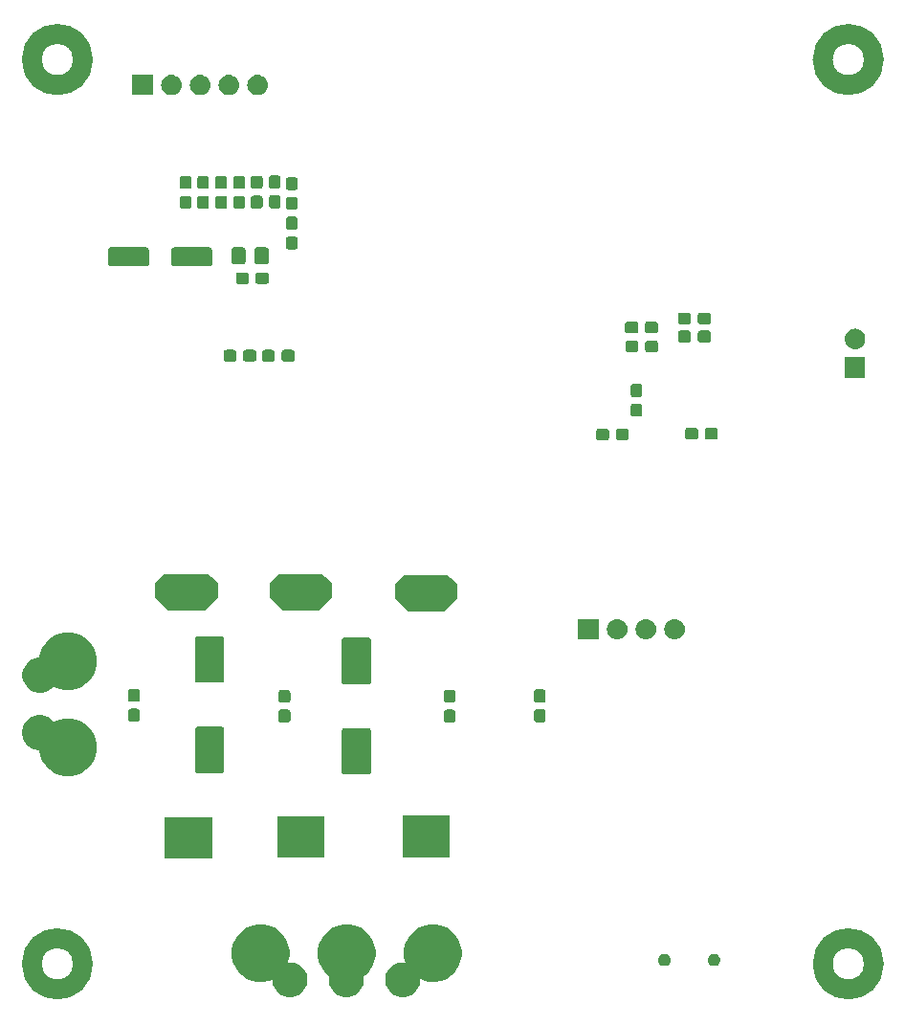
<source format=gbr>
G04 #@! TF.GenerationSoftware,KiCad,Pcbnew,(5.1.2)-2*
G04 #@! TF.CreationDate,2019-09-08T17:56:47+02:00*
G04 #@! TF.ProjectId,BLDC_driver_v1,424c4443-5f64-4726-9976-65725f76312e,rev?*
G04 #@! TF.SameCoordinates,Original*
G04 #@! TF.FileFunction,Soldermask,Bot*
G04 #@! TF.FilePolarity,Negative*
%FSLAX46Y46*%
G04 Gerber Fmt 4.6, Leading zero omitted, Abs format (unit mm)*
G04 Created by KiCad (PCBNEW (5.1.2)-2) date 2019-09-08 17:56:47*
%MOMM*%
%LPD*%
G04 APERTURE LIST*
%ADD10C,1.800000*%
%ADD11C,0.100000*%
G04 APERTURE END LIST*
D10*
X127263846Y-45000000D02*
G75*
G03X127263846Y-45000000I-2263846J0D01*
G01*
X57263846Y-45000000D02*
G75*
G03X57263846Y-45000000I-2263846J0D01*
G01*
X57263846Y-125000000D02*
G75*
G03X57263846Y-125000000I-2263846J0D01*
G01*
X127263846Y-125000000D02*
G75*
G03X127263846Y-125000000I-2263846J0D01*
G01*
D11*
G36*
X89650000Y-115475000D02*
G01*
X85550000Y-115475000D01*
X85550000Y-111875000D01*
X89650000Y-111875000D01*
X89650000Y-115475000D01*
G37*
X89650000Y-115475000D02*
X85550000Y-115475000D01*
X85550000Y-111875000D01*
X89650000Y-111875000D01*
X89650000Y-115475000D01*
G36*
X68600000Y-115600000D02*
G01*
X64500000Y-115600000D01*
X64500000Y-112000000D01*
X68600000Y-112000000D01*
X68600000Y-115600000D01*
G37*
X68600000Y-115600000D02*
X64500000Y-115600000D01*
X64500000Y-112000000D01*
X68600000Y-112000000D01*
X68600000Y-115600000D01*
G36*
X78550000Y-115525000D02*
G01*
X74450000Y-115525000D01*
X74450000Y-111925000D01*
X78550000Y-111925000D01*
X78550000Y-115525000D01*
G37*
X78550000Y-115525000D02*
X74450000Y-115525000D01*
X74450000Y-111925000D01*
X78550000Y-111925000D01*
X78550000Y-115525000D01*
G36*
X69121200Y-91299800D02*
G01*
X69121200Y-92549800D01*
X68021200Y-93649800D01*
X64771200Y-93649800D01*
X63671200Y-92549800D01*
X63671200Y-91299800D01*
X64421200Y-90549800D01*
X68271200Y-90549800D01*
X69121200Y-91299800D01*
G37*
X69121200Y-91299800D02*
X69121200Y-92549800D01*
X68021200Y-93649800D01*
X64771200Y-93649800D01*
X63671200Y-92549800D01*
X63671200Y-91299800D01*
X64421200Y-90549800D01*
X68271200Y-90549800D01*
X69121200Y-91299800D01*
G36*
X79255800Y-91299800D02*
G01*
X79255800Y-92549800D01*
X78155800Y-93649800D01*
X74905800Y-93649800D01*
X73805800Y-92549800D01*
X73805800Y-91299800D01*
X74555800Y-90549800D01*
X78405800Y-90549800D01*
X79255800Y-91299800D01*
G37*
X79255800Y-91299800D02*
X79255800Y-92549800D01*
X78155800Y-93649800D01*
X74905800Y-93649800D01*
X73805800Y-92549800D01*
X73805800Y-91299800D01*
X74555800Y-90549800D01*
X78405800Y-90549800D01*
X79255800Y-91299800D01*
G36*
X90354400Y-91376000D02*
G01*
X90354400Y-92626000D01*
X89254400Y-93726000D01*
X86004400Y-93726000D01*
X84904400Y-92626000D01*
X84904400Y-91376000D01*
X85654400Y-90626000D01*
X89504400Y-90626000D01*
X90354400Y-91376000D01*
G37*
X90354400Y-91376000D02*
X90354400Y-92626000D01*
X89254400Y-93726000D01*
X86004400Y-93726000D01*
X84904400Y-92626000D01*
X84904400Y-91376000D01*
X85654400Y-90626000D01*
X89504400Y-90626000D01*
X90354400Y-91376000D01*
G36*
X88973807Y-121597995D02*
G01*
X89437878Y-121790220D01*
X89855530Y-122069286D01*
X90210714Y-122424470D01*
X90489780Y-122842122D01*
X90682005Y-123306193D01*
X90780000Y-123798847D01*
X90780000Y-124301153D01*
X90682005Y-124793807D01*
X90489780Y-125257878D01*
X90210714Y-125675530D01*
X89855530Y-126030714D01*
X89437878Y-126309780D01*
X88973807Y-126502005D01*
X88481153Y-126600000D01*
X87978847Y-126600000D01*
X87486193Y-126502005D01*
X87164562Y-126368781D01*
X87159876Y-126367359D01*
X87154999Y-126366879D01*
X87150122Y-126367359D01*
X87145432Y-126368782D01*
X87141110Y-126371092D01*
X87137322Y-126374201D01*
X87134213Y-126377989D01*
X87131903Y-126382311D01*
X87130480Y-126387001D01*
X87130000Y-126391878D01*
X87130000Y-126565662D01*
X87070435Y-126865118D01*
X86953592Y-127147200D01*
X86783964Y-127401068D01*
X86568068Y-127616964D01*
X86314200Y-127786592D01*
X86032118Y-127903435D01*
X85732662Y-127963000D01*
X85427338Y-127963000D01*
X85127882Y-127903435D01*
X84845800Y-127786592D01*
X84591932Y-127616964D01*
X84376036Y-127401068D01*
X84206408Y-127147200D01*
X84089565Y-126865118D01*
X84030000Y-126565662D01*
X84030000Y-126260338D01*
X84089565Y-125960882D01*
X84206408Y-125678800D01*
X84376036Y-125424932D01*
X84591932Y-125209036D01*
X84845800Y-125039408D01*
X85127882Y-124922565D01*
X85427338Y-124863000D01*
X85732662Y-124863000D01*
X85767434Y-124869916D01*
X85772306Y-124870396D01*
X85777183Y-124869916D01*
X85781873Y-124868493D01*
X85786195Y-124866183D01*
X85789983Y-124863074D01*
X85793092Y-124859286D01*
X85795402Y-124854964D01*
X85796825Y-124850274D01*
X85797305Y-124845397D01*
X85796825Y-124840520D01*
X85795402Y-124835830D01*
X85792338Y-124828434D01*
X85777995Y-124793807D01*
X85680000Y-124301153D01*
X85680000Y-123798847D01*
X85777995Y-123306193D01*
X85970220Y-122842122D01*
X86249286Y-122424470D01*
X86604470Y-122069286D01*
X87022122Y-121790220D01*
X87486193Y-121597995D01*
X87978847Y-121500000D01*
X88481153Y-121500000D01*
X88973807Y-121597995D01*
X88973807Y-121597995D01*
G37*
G36*
X81353807Y-121597995D02*
G01*
X81817878Y-121790220D01*
X82235530Y-122069286D01*
X82590714Y-122424470D01*
X82869780Y-122842122D01*
X83062005Y-123306193D01*
X83160000Y-123798847D01*
X83160000Y-124301153D01*
X83062005Y-124793807D01*
X82869780Y-125257878D01*
X82590714Y-125675530D01*
X82235530Y-126030714D01*
X82115949Y-126110615D01*
X82112164Y-126113722D01*
X82109055Y-126117510D01*
X82106745Y-126121832D01*
X82105322Y-126126522D01*
X82104842Y-126131399D01*
X82105321Y-126136269D01*
X82130000Y-126260338D01*
X82130000Y-126565662D01*
X82070435Y-126865118D01*
X81953592Y-127147200D01*
X81783964Y-127401068D01*
X81568068Y-127616964D01*
X81314200Y-127786592D01*
X81032118Y-127903435D01*
X80732662Y-127963000D01*
X80427338Y-127963000D01*
X80127882Y-127903435D01*
X79845800Y-127786592D01*
X79591932Y-127616964D01*
X79376036Y-127401068D01*
X79206408Y-127147200D01*
X79089565Y-126865118D01*
X79030000Y-126565662D01*
X79030000Y-126260338D01*
X79061718Y-126100880D01*
X79062197Y-126096012D01*
X79061717Y-126091135D01*
X79060294Y-126086445D01*
X79057984Y-126082123D01*
X79054875Y-126078335D01*
X79051087Y-126075226D01*
X78984469Y-126030713D01*
X78629287Y-125675531D01*
X78461842Y-125424932D01*
X78350220Y-125257878D01*
X78157995Y-124793807D01*
X78060000Y-124301153D01*
X78060000Y-123798847D01*
X78157995Y-123306193D01*
X78350220Y-122842122D01*
X78629286Y-122424470D01*
X78984470Y-122069286D01*
X79402122Y-121790220D01*
X79866193Y-121597995D01*
X80358847Y-121500000D01*
X80861153Y-121500000D01*
X81353807Y-121597995D01*
X81353807Y-121597995D01*
G37*
G36*
X73733807Y-121597995D02*
G01*
X74197878Y-121790220D01*
X74615530Y-122069286D01*
X74970714Y-122424470D01*
X75249780Y-122842122D01*
X75442005Y-123306193D01*
X75540000Y-123798847D01*
X75540000Y-124301153D01*
X75442005Y-124793807D01*
X75427907Y-124827843D01*
X75427662Y-124828434D01*
X75426239Y-124833124D01*
X75425759Y-124838001D01*
X75426239Y-124842878D01*
X75427662Y-124847568D01*
X75429972Y-124851890D01*
X75433081Y-124855678D01*
X75436869Y-124858787D01*
X75441191Y-124861097D01*
X75445881Y-124862520D01*
X75450758Y-124863000D01*
X75732662Y-124863000D01*
X76032118Y-124922565D01*
X76314200Y-125039408D01*
X76568068Y-125209036D01*
X76783964Y-125424932D01*
X76953592Y-125678800D01*
X77070435Y-125960882D01*
X77130000Y-126260338D01*
X77130000Y-126565662D01*
X77070435Y-126865118D01*
X76953592Y-127147200D01*
X76783964Y-127401068D01*
X76568068Y-127616964D01*
X76314200Y-127786592D01*
X76032118Y-127903435D01*
X75732662Y-127963000D01*
X75427338Y-127963000D01*
X75127882Y-127903435D01*
X74845800Y-127786592D01*
X74591932Y-127616964D01*
X74376036Y-127401068D01*
X74206408Y-127147200D01*
X74089565Y-126865118D01*
X74030000Y-126565662D01*
X74030000Y-126416731D01*
X74029520Y-126411854D01*
X74028097Y-126407164D01*
X74025787Y-126402842D01*
X74022678Y-126399054D01*
X74018890Y-126395945D01*
X74014568Y-126393635D01*
X74009878Y-126392212D01*
X74005001Y-126391732D01*
X74000124Y-126392212D01*
X73995436Y-126393634D01*
X73733807Y-126502005D01*
X73241153Y-126600000D01*
X72738847Y-126600000D01*
X72246193Y-126502005D01*
X71782122Y-126309780D01*
X71364470Y-126030714D01*
X71009286Y-125675530D01*
X70730220Y-125257878D01*
X70537995Y-124793807D01*
X70440000Y-124301153D01*
X70440000Y-123798847D01*
X70537995Y-123306193D01*
X70730220Y-122842122D01*
X71009286Y-122424470D01*
X71364470Y-122069286D01*
X71782122Y-121790220D01*
X72246193Y-121597995D01*
X72738847Y-121500000D01*
X73241153Y-121500000D01*
X73733807Y-121597995D01*
X73733807Y-121597995D01*
G37*
G36*
X113285429Y-124121136D02*
G01*
X113335476Y-124141867D01*
X113385522Y-124162596D01*
X113385523Y-124162597D01*
X113475604Y-124222787D01*
X113552213Y-124299396D01*
X113553387Y-124301153D01*
X113612404Y-124389478D01*
X113633133Y-124439524D01*
X113653864Y-124489571D01*
X113675000Y-124595830D01*
X113675000Y-124704170D01*
X113653864Y-124810429D01*
X113638480Y-124847568D01*
X113612404Y-124910522D01*
X113552212Y-125000605D01*
X113475605Y-125077212D01*
X113385522Y-125137404D01*
X113335476Y-125158134D01*
X113285429Y-125178864D01*
X113179170Y-125200000D01*
X113070830Y-125200000D01*
X112964571Y-125178864D01*
X112914524Y-125158134D01*
X112864478Y-125137404D01*
X112774395Y-125077212D01*
X112697788Y-125000605D01*
X112637596Y-124910522D01*
X112611520Y-124847568D01*
X112596136Y-124810429D01*
X112575000Y-124704170D01*
X112575000Y-124595830D01*
X112596136Y-124489571D01*
X112616867Y-124439524D01*
X112637596Y-124389478D01*
X112696613Y-124301153D01*
X112697787Y-124299396D01*
X112774396Y-124222787D01*
X112864477Y-124162597D01*
X112864478Y-124162596D01*
X112914524Y-124141867D01*
X112964571Y-124121136D01*
X113070830Y-124100000D01*
X113179170Y-124100000D01*
X113285429Y-124121136D01*
X113285429Y-124121136D01*
G37*
G36*
X108885429Y-124121136D02*
G01*
X108935476Y-124141867D01*
X108985522Y-124162596D01*
X108985523Y-124162597D01*
X109075604Y-124222787D01*
X109152213Y-124299396D01*
X109153387Y-124301153D01*
X109212404Y-124389478D01*
X109233133Y-124439524D01*
X109253864Y-124489571D01*
X109275000Y-124595830D01*
X109275000Y-124704170D01*
X109253864Y-124810429D01*
X109238480Y-124847568D01*
X109212404Y-124910522D01*
X109152212Y-125000605D01*
X109075605Y-125077212D01*
X108985522Y-125137404D01*
X108935476Y-125158134D01*
X108885429Y-125178864D01*
X108779170Y-125200000D01*
X108670830Y-125200000D01*
X108564571Y-125178864D01*
X108514524Y-125158134D01*
X108464478Y-125137404D01*
X108374395Y-125077212D01*
X108297788Y-125000605D01*
X108237596Y-124910522D01*
X108211520Y-124847568D01*
X108196136Y-124810429D01*
X108175000Y-124704170D01*
X108175000Y-124595830D01*
X108196136Y-124489571D01*
X108216867Y-124439524D01*
X108237596Y-124389478D01*
X108296613Y-124301153D01*
X108297787Y-124299396D01*
X108374396Y-124222787D01*
X108464477Y-124162597D01*
X108464478Y-124162596D01*
X108514524Y-124141867D01*
X108564571Y-124121136D01*
X108670830Y-124100000D01*
X108779170Y-124100000D01*
X108885429Y-124121136D01*
X108885429Y-124121136D01*
G37*
G36*
X53902118Y-103049565D02*
G01*
X54184200Y-103166408D01*
X54438068Y-103336036D01*
X54653964Y-103551932D01*
X54680356Y-103591430D01*
X54683462Y-103595215D01*
X54687250Y-103598324D01*
X54691572Y-103600634D01*
X54696262Y-103602057D01*
X54701139Y-103602537D01*
X54706016Y-103602057D01*
X54710706Y-103600634D01*
X54715025Y-103598326D01*
X54742122Y-103580220D01*
X55206193Y-103387995D01*
X55698847Y-103290000D01*
X56201153Y-103290000D01*
X56693807Y-103387995D01*
X57157878Y-103580220D01*
X57575530Y-103859286D01*
X57930714Y-104214470D01*
X58209780Y-104632122D01*
X58402005Y-105096193D01*
X58500000Y-105588847D01*
X58500000Y-106091153D01*
X58402005Y-106583807D01*
X58209780Y-107047878D01*
X57930714Y-107465530D01*
X57575530Y-107820714D01*
X57157878Y-108099780D01*
X56693807Y-108292005D01*
X56201153Y-108390000D01*
X55698847Y-108390000D01*
X55206193Y-108292005D01*
X54742122Y-108099780D01*
X54324470Y-107820714D01*
X53969286Y-107465530D01*
X53690220Y-107047878D01*
X53497995Y-106583807D01*
X53403772Y-106110114D01*
X53402351Y-106105432D01*
X53400041Y-106101110D01*
X53396932Y-106097322D01*
X53393144Y-106094213D01*
X53388822Y-106091903D01*
X53384132Y-106090480D01*
X53379255Y-106090000D01*
X53297338Y-106090000D01*
X52997882Y-106030435D01*
X52715800Y-105913592D01*
X52461932Y-105743964D01*
X52246036Y-105528068D01*
X52076408Y-105274200D01*
X51959565Y-104992118D01*
X51900000Y-104692662D01*
X51900000Y-104387338D01*
X51959565Y-104087882D01*
X52076408Y-103805800D01*
X52246036Y-103551932D01*
X52461932Y-103336036D01*
X52715800Y-103166408D01*
X52997882Y-103049565D01*
X53297338Y-102990000D01*
X53602662Y-102990000D01*
X53902118Y-103049565D01*
X53902118Y-103049565D01*
G37*
G36*
X82576798Y-104154731D02*
G01*
X82621802Y-104168383D01*
X82663271Y-104190548D01*
X82699621Y-104220379D01*
X82729452Y-104256729D01*
X82751617Y-104298198D01*
X82765269Y-104343202D01*
X82770000Y-104391232D01*
X82770000Y-108008768D01*
X82765269Y-108056798D01*
X82751617Y-108101802D01*
X82729452Y-108143271D01*
X82699621Y-108179621D01*
X82663271Y-108209452D01*
X82621802Y-108231617D01*
X82576798Y-108245269D01*
X82528768Y-108250000D01*
X80411232Y-108250000D01*
X80363202Y-108245269D01*
X80318198Y-108231617D01*
X80276729Y-108209452D01*
X80240379Y-108179621D01*
X80210548Y-108143271D01*
X80188383Y-108101802D01*
X80174731Y-108056798D01*
X80170000Y-108008768D01*
X80170000Y-104391232D01*
X80174731Y-104343202D01*
X80188383Y-104298198D01*
X80210548Y-104256729D01*
X80240379Y-104220379D01*
X80276729Y-104190548D01*
X80318198Y-104168383D01*
X80363202Y-104154731D01*
X80411232Y-104150000D01*
X82528768Y-104150000D01*
X82576798Y-104154731D01*
X82576798Y-104154731D01*
G37*
G36*
X69581798Y-104029731D02*
G01*
X69626802Y-104043383D01*
X69668271Y-104065548D01*
X69704621Y-104095379D01*
X69734452Y-104131729D01*
X69756617Y-104173198D01*
X69770269Y-104218202D01*
X69775000Y-104266232D01*
X69775000Y-107883768D01*
X69770269Y-107931798D01*
X69756617Y-107976802D01*
X69734452Y-108018271D01*
X69704621Y-108054621D01*
X69668271Y-108084452D01*
X69626802Y-108106617D01*
X69581798Y-108120269D01*
X69533768Y-108125000D01*
X67416232Y-108125000D01*
X67368202Y-108120269D01*
X67323198Y-108106617D01*
X67281729Y-108084452D01*
X67245379Y-108054621D01*
X67215548Y-108018271D01*
X67193383Y-107976802D01*
X67179731Y-107931798D01*
X67175000Y-107883768D01*
X67175000Y-104266232D01*
X67179731Y-104218202D01*
X67193383Y-104173198D01*
X67215548Y-104131729D01*
X67245379Y-104095379D01*
X67281729Y-104065548D01*
X67323198Y-104043383D01*
X67368202Y-104029731D01*
X67416232Y-104025000D01*
X69533768Y-104025000D01*
X69581798Y-104029731D01*
X69581798Y-104029731D01*
G37*
G36*
X90053749Y-102509923D02*
G01*
X90100626Y-102524143D01*
X90143824Y-102547233D01*
X90181691Y-102578309D01*
X90212767Y-102616176D01*
X90235857Y-102659374D01*
X90250077Y-102706251D01*
X90255000Y-102756232D01*
X90255000Y-103403768D01*
X90250077Y-103453749D01*
X90235857Y-103500626D01*
X90212767Y-103543824D01*
X90181691Y-103581691D01*
X90143824Y-103612767D01*
X90100626Y-103635857D01*
X90053749Y-103650077D01*
X90003768Y-103655000D01*
X89456232Y-103655000D01*
X89406251Y-103650077D01*
X89359374Y-103635857D01*
X89316176Y-103612767D01*
X89278309Y-103581691D01*
X89247233Y-103543824D01*
X89224143Y-103500626D01*
X89209923Y-103453749D01*
X89205000Y-103403768D01*
X89205000Y-102756232D01*
X89209923Y-102706251D01*
X89224143Y-102659374D01*
X89247233Y-102616176D01*
X89278309Y-102578309D01*
X89316176Y-102547233D01*
X89359374Y-102524143D01*
X89406251Y-102509923D01*
X89456232Y-102505000D01*
X90003768Y-102505000D01*
X90053749Y-102509923D01*
X90053749Y-102509923D01*
G37*
G36*
X75423749Y-102504923D02*
G01*
X75470626Y-102519143D01*
X75513824Y-102542233D01*
X75551691Y-102573309D01*
X75582767Y-102611176D01*
X75605857Y-102654374D01*
X75620077Y-102701251D01*
X75625000Y-102751232D01*
X75625000Y-103398768D01*
X75620077Y-103448749D01*
X75605857Y-103495626D01*
X75582767Y-103538824D01*
X75551691Y-103576691D01*
X75513824Y-103607767D01*
X75470626Y-103630857D01*
X75423749Y-103645077D01*
X75373768Y-103650000D01*
X74826232Y-103650000D01*
X74776251Y-103645077D01*
X74729374Y-103630857D01*
X74686176Y-103607767D01*
X74648309Y-103576691D01*
X74617233Y-103538824D01*
X74594143Y-103495626D01*
X74579923Y-103448749D01*
X74575000Y-103398768D01*
X74575000Y-102751232D01*
X74579923Y-102701251D01*
X74594143Y-102654374D01*
X74617233Y-102611176D01*
X74648309Y-102573309D01*
X74686176Y-102542233D01*
X74729374Y-102519143D01*
X74776251Y-102504923D01*
X74826232Y-102500000D01*
X75373768Y-102500000D01*
X75423749Y-102504923D01*
X75423749Y-102504923D01*
G37*
G36*
X98023749Y-102479923D02*
G01*
X98070626Y-102494143D01*
X98113824Y-102517233D01*
X98151691Y-102548309D01*
X98182767Y-102586176D01*
X98205857Y-102629374D01*
X98220077Y-102676251D01*
X98225000Y-102726232D01*
X98225000Y-103373768D01*
X98220077Y-103423749D01*
X98205857Y-103470626D01*
X98182767Y-103513824D01*
X98151691Y-103551691D01*
X98113824Y-103582767D01*
X98070626Y-103605857D01*
X98023749Y-103620077D01*
X97973768Y-103625000D01*
X97426232Y-103625000D01*
X97376251Y-103620077D01*
X97329374Y-103605857D01*
X97286176Y-103582767D01*
X97248309Y-103551691D01*
X97217233Y-103513824D01*
X97194143Y-103470626D01*
X97179923Y-103423749D01*
X97175000Y-103373768D01*
X97175000Y-102726232D01*
X97179923Y-102676251D01*
X97194143Y-102629374D01*
X97217233Y-102586176D01*
X97248309Y-102548309D01*
X97286176Y-102517233D01*
X97329374Y-102494143D01*
X97376251Y-102479923D01*
X97426232Y-102475000D01*
X97973768Y-102475000D01*
X98023749Y-102479923D01*
X98023749Y-102479923D01*
G37*
G36*
X62098749Y-102429923D02*
G01*
X62145626Y-102444143D01*
X62188824Y-102467233D01*
X62226691Y-102498309D01*
X62257767Y-102536176D01*
X62280857Y-102579374D01*
X62295077Y-102626251D01*
X62300000Y-102676232D01*
X62300000Y-103323768D01*
X62295077Y-103373749D01*
X62280857Y-103420626D01*
X62257767Y-103463824D01*
X62226691Y-103501691D01*
X62188824Y-103532767D01*
X62145626Y-103555857D01*
X62098749Y-103570077D01*
X62048768Y-103575000D01*
X61501232Y-103575000D01*
X61451251Y-103570077D01*
X61404374Y-103555857D01*
X61361176Y-103532767D01*
X61323309Y-103501691D01*
X61292233Y-103463824D01*
X61269143Y-103420626D01*
X61254923Y-103373749D01*
X61250000Y-103323768D01*
X61250000Y-102676232D01*
X61254923Y-102626251D01*
X61269143Y-102579374D01*
X61292233Y-102536176D01*
X61323309Y-102498309D01*
X61361176Y-102467233D01*
X61404374Y-102444143D01*
X61451251Y-102429923D01*
X61501232Y-102425000D01*
X62048768Y-102425000D01*
X62098749Y-102429923D01*
X62098749Y-102429923D01*
G37*
G36*
X90053749Y-100759923D02*
G01*
X90100626Y-100774143D01*
X90143824Y-100797233D01*
X90181691Y-100828309D01*
X90212767Y-100866176D01*
X90235857Y-100909374D01*
X90250077Y-100956251D01*
X90255000Y-101006232D01*
X90255000Y-101653768D01*
X90250077Y-101703749D01*
X90235857Y-101750626D01*
X90212767Y-101793824D01*
X90181691Y-101831691D01*
X90143824Y-101862767D01*
X90100626Y-101885857D01*
X90053749Y-101900077D01*
X90003768Y-101905000D01*
X89456232Y-101905000D01*
X89406251Y-101900077D01*
X89359374Y-101885857D01*
X89316176Y-101862767D01*
X89278309Y-101831691D01*
X89247233Y-101793824D01*
X89224143Y-101750626D01*
X89209923Y-101703749D01*
X89205000Y-101653768D01*
X89205000Y-101006232D01*
X89209923Y-100956251D01*
X89224143Y-100909374D01*
X89247233Y-100866176D01*
X89278309Y-100828309D01*
X89316176Y-100797233D01*
X89359374Y-100774143D01*
X89406251Y-100759923D01*
X89456232Y-100755000D01*
X90003768Y-100755000D01*
X90053749Y-100759923D01*
X90053749Y-100759923D01*
G37*
G36*
X75423749Y-100754923D02*
G01*
X75470626Y-100769143D01*
X75513824Y-100792233D01*
X75551691Y-100823309D01*
X75582767Y-100861176D01*
X75605857Y-100904374D01*
X75620077Y-100951251D01*
X75625000Y-101001232D01*
X75625000Y-101648768D01*
X75620077Y-101698749D01*
X75605857Y-101745626D01*
X75582767Y-101788824D01*
X75551691Y-101826691D01*
X75513824Y-101857767D01*
X75470626Y-101880857D01*
X75423749Y-101895077D01*
X75373768Y-101900000D01*
X74826232Y-101900000D01*
X74776251Y-101895077D01*
X74729374Y-101880857D01*
X74686176Y-101857767D01*
X74648309Y-101826691D01*
X74617233Y-101788824D01*
X74594143Y-101745626D01*
X74579923Y-101698749D01*
X74575000Y-101648768D01*
X74575000Y-101001232D01*
X74579923Y-100951251D01*
X74594143Y-100904374D01*
X74617233Y-100861176D01*
X74648309Y-100823309D01*
X74686176Y-100792233D01*
X74729374Y-100769143D01*
X74776251Y-100754923D01*
X74826232Y-100750000D01*
X75373768Y-100750000D01*
X75423749Y-100754923D01*
X75423749Y-100754923D01*
G37*
G36*
X98023749Y-100729923D02*
G01*
X98070626Y-100744143D01*
X98113824Y-100767233D01*
X98151691Y-100798309D01*
X98182767Y-100836176D01*
X98205857Y-100879374D01*
X98220077Y-100926251D01*
X98225000Y-100976232D01*
X98225000Y-101623768D01*
X98220077Y-101673749D01*
X98205857Y-101720626D01*
X98182767Y-101763824D01*
X98151691Y-101801691D01*
X98113824Y-101832767D01*
X98070626Y-101855857D01*
X98023749Y-101870077D01*
X97973768Y-101875000D01*
X97426232Y-101875000D01*
X97376251Y-101870077D01*
X97329374Y-101855857D01*
X97286176Y-101832767D01*
X97248309Y-101801691D01*
X97217233Y-101763824D01*
X97194143Y-101720626D01*
X97179923Y-101673749D01*
X97175000Y-101623768D01*
X97175000Y-100976232D01*
X97179923Y-100926251D01*
X97194143Y-100879374D01*
X97217233Y-100836176D01*
X97248309Y-100798309D01*
X97286176Y-100767233D01*
X97329374Y-100744143D01*
X97376251Y-100729923D01*
X97426232Y-100725000D01*
X97973768Y-100725000D01*
X98023749Y-100729923D01*
X98023749Y-100729923D01*
G37*
G36*
X62098749Y-100679923D02*
G01*
X62145626Y-100694143D01*
X62188824Y-100717233D01*
X62226691Y-100748309D01*
X62257767Y-100786176D01*
X62280857Y-100829374D01*
X62295077Y-100876251D01*
X62300000Y-100926232D01*
X62300000Y-101573768D01*
X62295077Y-101623749D01*
X62280857Y-101670626D01*
X62257767Y-101713824D01*
X62226691Y-101751691D01*
X62188824Y-101782767D01*
X62145626Y-101805857D01*
X62098749Y-101820077D01*
X62048768Y-101825000D01*
X61501232Y-101825000D01*
X61451251Y-101820077D01*
X61404374Y-101805857D01*
X61361176Y-101782767D01*
X61323309Y-101751691D01*
X61292233Y-101713824D01*
X61269143Y-101670626D01*
X61254923Y-101623749D01*
X61250000Y-101573768D01*
X61250000Y-100926232D01*
X61254923Y-100876251D01*
X61269143Y-100829374D01*
X61292233Y-100786176D01*
X61323309Y-100748309D01*
X61361176Y-100717233D01*
X61404374Y-100694143D01*
X61451251Y-100679923D01*
X61501232Y-100675000D01*
X62048768Y-100675000D01*
X62098749Y-100679923D01*
X62098749Y-100679923D01*
G37*
G36*
X56693807Y-95767995D02*
G01*
X57157878Y-95960220D01*
X57575530Y-96239286D01*
X57930714Y-96594470D01*
X58209780Y-97012122D01*
X58402005Y-97476193D01*
X58500000Y-97968847D01*
X58500000Y-98471153D01*
X58402005Y-98963807D01*
X58209780Y-99427878D01*
X57930714Y-99845530D01*
X57575530Y-100200714D01*
X57157878Y-100479780D01*
X56693807Y-100672005D01*
X56201153Y-100770000D01*
X55698847Y-100770000D01*
X55206193Y-100672005D01*
X54742122Y-100479780D01*
X54693316Y-100447169D01*
X54688996Y-100444860D01*
X54684306Y-100443437D01*
X54679429Y-100442957D01*
X54674552Y-100443437D01*
X54669862Y-100444860D01*
X54665540Y-100447170D01*
X54661758Y-100450274D01*
X54448068Y-100663964D01*
X54194200Y-100833592D01*
X53912118Y-100950435D01*
X53612662Y-101010000D01*
X53307338Y-101010000D01*
X53007882Y-100950435D01*
X52725800Y-100833592D01*
X52471932Y-100663964D01*
X52256036Y-100448068D01*
X52086408Y-100194200D01*
X51969565Y-99912118D01*
X51910000Y-99612662D01*
X51910000Y-99307338D01*
X51969565Y-99007882D01*
X52086408Y-98725800D01*
X52256036Y-98471932D01*
X52471932Y-98256036D01*
X52725800Y-98086408D01*
X53007882Y-97969565D01*
X53307338Y-97910000D01*
X53391189Y-97910000D01*
X53396066Y-97909520D01*
X53400756Y-97908097D01*
X53405078Y-97905787D01*
X53408866Y-97902678D01*
X53411975Y-97898890D01*
X53414285Y-97894568D01*
X53415708Y-97889878D01*
X53497995Y-97476193D01*
X53690220Y-97012122D01*
X53969286Y-96594470D01*
X54324470Y-96239286D01*
X54742122Y-95960220D01*
X55206193Y-95767995D01*
X55698847Y-95670000D01*
X56201153Y-95670000D01*
X56693807Y-95767995D01*
X56693807Y-95767995D01*
G37*
G36*
X82576798Y-96154731D02*
G01*
X82621802Y-96168383D01*
X82663271Y-96190548D01*
X82699621Y-96220379D01*
X82729452Y-96256729D01*
X82751617Y-96298198D01*
X82765269Y-96343202D01*
X82770000Y-96391232D01*
X82770000Y-100008768D01*
X82765269Y-100056798D01*
X82751617Y-100101802D01*
X82729452Y-100143271D01*
X82699621Y-100179621D01*
X82663271Y-100209452D01*
X82621802Y-100231617D01*
X82576798Y-100245269D01*
X82528768Y-100250000D01*
X80411232Y-100250000D01*
X80363202Y-100245269D01*
X80318198Y-100231617D01*
X80276729Y-100209452D01*
X80240379Y-100179621D01*
X80210548Y-100143271D01*
X80188383Y-100101802D01*
X80174731Y-100056798D01*
X80170000Y-100008768D01*
X80170000Y-96391232D01*
X80174731Y-96343202D01*
X80188383Y-96298198D01*
X80210548Y-96256729D01*
X80240379Y-96220379D01*
X80276729Y-96190548D01*
X80318198Y-96168383D01*
X80363202Y-96154731D01*
X80411232Y-96150000D01*
X82528768Y-96150000D01*
X82576798Y-96154731D01*
X82576798Y-96154731D01*
G37*
G36*
X69581798Y-96029731D02*
G01*
X69626802Y-96043383D01*
X69668271Y-96065548D01*
X69704621Y-96095379D01*
X69734452Y-96131729D01*
X69756617Y-96173198D01*
X69770269Y-96218202D01*
X69775000Y-96266232D01*
X69775000Y-99883768D01*
X69770269Y-99931798D01*
X69756617Y-99976802D01*
X69734452Y-100018271D01*
X69704621Y-100054621D01*
X69668271Y-100084452D01*
X69626802Y-100106617D01*
X69581798Y-100120269D01*
X69533768Y-100125000D01*
X67416232Y-100125000D01*
X67368202Y-100120269D01*
X67323198Y-100106617D01*
X67281729Y-100084452D01*
X67245379Y-100054621D01*
X67215548Y-100018271D01*
X67193383Y-99976802D01*
X67179731Y-99931798D01*
X67175000Y-99883768D01*
X67175000Y-96266232D01*
X67179731Y-96218202D01*
X67193383Y-96173198D01*
X67215548Y-96131729D01*
X67245379Y-96095379D01*
X67281729Y-96065548D01*
X67323198Y-96043383D01*
X67368202Y-96029731D01*
X67416232Y-96025000D01*
X69533768Y-96025000D01*
X69581798Y-96029731D01*
X69581798Y-96029731D01*
G37*
G36*
X107256431Y-94513023D02*
G01*
X107402216Y-94557247D01*
X107426085Y-94564487D01*
X107537046Y-94623798D01*
X107582432Y-94648057D01*
X107582434Y-94648058D01*
X107582433Y-94648058D01*
X107719475Y-94760525D01*
X107831942Y-94897567D01*
X107915513Y-95053915D01*
X107915514Y-95053919D01*
X107966977Y-95223569D01*
X107984354Y-95400000D01*
X107966977Y-95576431D01*
X107938593Y-95670000D01*
X107915513Y-95746085D01*
X107856202Y-95857046D01*
X107831943Y-95902432D01*
X107719475Y-96039475D01*
X107582432Y-96151943D01*
X107537046Y-96176202D01*
X107426085Y-96235513D01*
X107413643Y-96239287D01*
X107256431Y-96286977D01*
X107124207Y-96300000D01*
X107035793Y-96300000D01*
X106903569Y-96286977D01*
X106746357Y-96239287D01*
X106733915Y-96235513D01*
X106622954Y-96176202D01*
X106577568Y-96151943D01*
X106440525Y-96039475D01*
X106328057Y-95902432D01*
X106303798Y-95857046D01*
X106244487Y-95746085D01*
X106221407Y-95670000D01*
X106193023Y-95576431D01*
X106175646Y-95400000D01*
X106193023Y-95223569D01*
X106244486Y-95053919D01*
X106244487Y-95053915D01*
X106328058Y-94897567D01*
X106440525Y-94760525D01*
X106577567Y-94648058D01*
X106577566Y-94648058D01*
X106577568Y-94648057D01*
X106622954Y-94623798D01*
X106733915Y-94564487D01*
X106757784Y-94557247D01*
X106903569Y-94513023D01*
X107035793Y-94500000D01*
X107124207Y-94500000D01*
X107256431Y-94513023D01*
X107256431Y-94513023D01*
G37*
G36*
X109796431Y-94513023D02*
G01*
X109942216Y-94557247D01*
X109966085Y-94564487D01*
X110077046Y-94623798D01*
X110122432Y-94648057D01*
X110122434Y-94648058D01*
X110122433Y-94648058D01*
X110259475Y-94760525D01*
X110371942Y-94897567D01*
X110455513Y-95053915D01*
X110455514Y-95053919D01*
X110506977Y-95223569D01*
X110524354Y-95400000D01*
X110506977Y-95576431D01*
X110478593Y-95670000D01*
X110455513Y-95746085D01*
X110396202Y-95857046D01*
X110371943Y-95902432D01*
X110259475Y-96039475D01*
X110122432Y-96151943D01*
X110077046Y-96176202D01*
X109966085Y-96235513D01*
X109953643Y-96239287D01*
X109796431Y-96286977D01*
X109664207Y-96300000D01*
X109575793Y-96300000D01*
X109443569Y-96286977D01*
X109286357Y-96239287D01*
X109273915Y-96235513D01*
X109162954Y-96176202D01*
X109117568Y-96151943D01*
X108980525Y-96039475D01*
X108868057Y-95902432D01*
X108843798Y-95857046D01*
X108784487Y-95746085D01*
X108761407Y-95670000D01*
X108733023Y-95576431D01*
X108715646Y-95400000D01*
X108733023Y-95223569D01*
X108784486Y-95053919D01*
X108784487Y-95053915D01*
X108868058Y-94897567D01*
X108980525Y-94760525D01*
X109117567Y-94648058D01*
X109117566Y-94648058D01*
X109117568Y-94648057D01*
X109162954Y-94623798D01*
X109273915Y-94564487D01*
X109297784Y-94557247D01*
X109443569Y-94513023D01*
X109575793Y-94500000D01*
X109664207Y-94500000D01*
X109796431Y-94513023D01*
X109796431Y-94513023D01*
G37*
G36*
X102900000Y-96300000D02*
G01*
X101100000Y-96300000D01*
X101100000Y-94500000D01*
X102900000Y-94500000D01*
X102900000Y-96300000D01*
X102900000Y-96300000D01*
G37*
G36*
X104716431Y-94513023D02*
G01*
X104862216Y-94557247D01*
X104886085Y-94564487D01*
X104997046Y-94623798D01*
X105042432Y-94648057D01*
X105042434Y-94648058D01*
X105042433Y-94648058D01*
X105179475Y-94760525D01*
X105291942Y-94897567D01*
X105375513Y-95053915D01*
X105375514Y-95053919D01*
X105426977Y-95223569D01*
X105444354Y-95400000D01*
X105426977Y-95576431D01*
X105398593Y-95670000D01*
X105375513Y-95746085D01*
X105316202Y-95857046D01*
X105291943Y-95902432D01*
X105179475Y-96039475D01*
X105042432Y-96151943D01*
X104997046Y-96176202D01*
X104886085Y-96235513D01*
X104873643Y-96239287D01*
X104716431Y-96286977D01*
X104584207Y-96300000D01*
X104495793Y-96300000D01*
X104363569Y-96286977D01*
X104206357Y-96239287D01*
X104193915Y-96235513D01*
X104082954Y-96176202D01*
X104037568Y-96151943D01*
X103900525Y-96039475D01*
X103788057Y-95902432D01*
X103763798Y-95857046D01*
X103704487Y-95746085D01*
X103681407Y-95670000D01*
X103653023Y-95576431D01*
X103635646Y-95400000D01*
X103653023Y-95223569D01*
X103704486Y-95053919D01*
X103704487Y-95053915D01*
X103788058Y-94897567D01*
X103900525Y-94760525D01*
X104037567Y-94648058D01*
X104037566Y-94648058D01*
X104037568Y-94648057D01*
X104082954Y-94623798D01*
X104193915Y-94564487D01*
X104217784Y-94557247D01*
X104363569Y-94513023D01*
X104495793Y-94500000D01*
X104584207Y-94500000D01*
X104716431Y-94513023D01*
X104716431Y-94513023D01*
G37*
G36*
X105373749Y-77654923D02*
G01*
X105420626Y-77669143D01*
X105463824Y-77692233D01*
X105501691Y-77723309D01*
X105532767Y-77761176D01*
X105555857Y-77804374D01*
X105570077Y-77851251D01*
X105575000Y-77901232D01*
X105575000Y-78448768D01*
X105570077Y-78498749D01*
X105555857Y-78545626D01*
X105532767Y-78588824D01*
X105501691Y-78626691D01*
X105463824Y-78657767D01*
X105420626Y-78680857D01*
X105373749Y-78695077D01*
X105323768Y-78700000D01*
X104676232Y-78700000D01*
X104626251Y-78695077D01*
X104579374Y-78680857D01*
X104536176Y-78657767D01*
X104498309Y-78626691D01*
X104467233Y-78588824D01*
X104444143Y-78545626D01*
X104429923Y-78498749D01*
X104425000Y-78448768D01*
X104425000Y-77901232D01*
X104429923Y-77851251D01*
X104444143Y-77804374D01*
X104467233Y-77761176D01*
X104498309Y-77723309D01*
X104536176Y-77692233D01*
X104579374Y-77669143D01*
X104626251Y-77654923D01*
X104676232Y-77650000D01*
X105323768Y-77650000D01*
X105373749Y-77654923D01*
X105373749Y-77654923D01*
G37*
G36*
X103623749Y-77654923D02*
G01*
X103670626Y-77669143D01*
X103713824Y-77692233D01*
X103751691Y-77723309D01*
X103782767Y-77761176D01*
X103805857Y-77804374D01*
X103820077Y-77851251D01*
X103825000Y-77901232D01*
X103825000Y-78448768D01*
X103820077Y-78498749D01*
X103805857Y-78545626D01*
X103782767Y-78588824D01*
X103751691Y-78626691D01*
X103713824Y-78657767D01*
X103670626Y-78680857D01*
X103623749Y-78695077D01*
X103573768Y-78700000D01*
X102926232Y-78700000D01*
X102876251Y-78695077D01*
X102829374Y-78680857D01*
X102786176Y-78657767D01*
X102748309Y-78626691D01*
X102717233Y-78588824D01*
X102694143Y-78545626D01*
X102679923Y-78498749D01*
X102675000Y-78448768D01*
X102675000Y-77901232D01*
X102679923Y-77851251D01*
X102694143Y-77804374D01*
X102717233Y-77761176D01*
X102748309Y-77723309D01*
X102786176Y-77692233D01*
X102829374Y-77669143D01*
X102876251Y-77654923D01*
X102926232Y-77650000D01*
X103573768Y-77650000D01*
X103623749Y-77654923D01*
X103623749Y-77654923D01*
G37*
G36*
X113248749Y-77579923D02*
G01*
X113295626Y-77594143D01*
X113338824Y-77617233D01*
X113376691Y-77648309D01*
X113407767Y-77686176D01*
X113430857Y-77729374D01*
X113445077Y-77776251D01*
X113450000Y-77826232D01*
X113450000Y-78373768D01*
X113445077Y-78423749D01*
X113430857Y-78470626D01*
X113407767Y-78513824D01*
X113376691Y-78551691D01*
X113338824Y-78582767D01*
X113295626Y-78605857D01*
X113248749Y-78620077D01*
X113198768Y-78625000D01*
X112551232Y-78625000D01*
X112501251Y-78620077D01*
X112454374Y-78605857D01*
X112411176Y-78582767D01*
X112373309Y-78551691D01*
X112342233Y-78513824D01*
X112319143Y-78470626D01*
X112304923Y-78423749D01*
X112300000Y-78373768D01*
X112300000Y-77826232D01*
X112304923Y-77776251D01*
X112319143Y-77729374D01*
X112342233Y-77686176D01*
X112373309Y-77648309D01*
X112411176Y-77617233D01*
X112454374Y-77594143D01*
X112501251Y-77579923D01*
X112551232Y-77575000D01*
X113198768Y-77575000D01*
X113248749Y-77579923D01*
X113248749Y-77579923D01*
G37*
G36*
X111498749Y-77579923D02*
G01*
X111545626Y-77594143D01*
X111588824Y-77617233D01*
X111626691Y-77648309D01*
X111657767Y-77686176D01*
X111680857Y-77729374D01*
X111695077Y-77776251D01*
X111700000Y-77826232D01*
X111700000Y-78373768D01*
X111695077Y-78423749D01*
X111680857Y-78470626D01*
X111657767Y-78513824D01*
X111626691Y-78551691D01*
X111588824Y-78582767D01*
X111545626Y-78605857D01*
X111498749Y-78620077D01*
X111448768Y-78625000D01*
X110801232Y-78625000D01*
X110751251Y-78620077D01*
X110704374Y-78605857D01*
X110661176Y-78582767D01*
X110623309Y-78551691D01*
X110592233Y-78513824D01*
X110569143Y-78470626D01*
X110554923Y-78423749D01*
X110550000Y-78373768D01*
X110550000Y-77826232D01*
X110554923Y-77776251D01*
X110569143Y-77729374D01*
X110592233Y-77686176D01*
X110623309Y-77648309D01*
X110661176Y-77617233D01*
X110704374Y-77594143D01*
X110751251Y-77579923D01*
X110801232Y-77575000D01*
X111448768Y-77575000D01*
X111498749Y-77579923D01*
X111498749Y-77579923D01*
G37*
G36*
X106573749Y-75454923D02*
G01*
X106620626Y-75469143D01*
X106663824Y-75492233D01*
X106701691Y-75523309D01*
X106732767Y-75561176D01*
X106755857Y-75604374D01*
X106770077Y-75651251D01*
X106775000Y-75701232D01*
X106775000Y-76348768D01*
X106770077Y-76398749D01*
X106755857Y-76445626D01*
X106732767Y-76488824D01*
X106701691Y-76526691D01*
X106663824Y-76557767D01*
X106620626Y-76580857D01*
X106573749Y-76595077D01*
X106523768Y-76600000D01*
X105976232Y-76600000D01*
X105926251Y-76595077D01*
X105879374Y-76580857D01*
X105836176Y-76557767D01*
X105798309Y-76526691D01*
X105767233Y-76488824D01*
X105744143Y-76445626D01*
X105729923Y-76398749D01*
X105725000Y-76348768D01*
X105725000Y-75701232D01*
X105729923Y-75651251D01*
X105744143Y-75604374D01*
X105767233Y-75561176D01*
X105798309Y-75523309D01*
X105836176Y-75492233D01*
X105879374Y-75469143D01*
X105926251Y-75454923D01*
X105976232Y-75450000D01*
X106523768Y-75450000D01*
X106573749Y-75454923D01*
X106573749Y-75454923D01*
G37*
G36*
X106573749Y-73704923D02*
G01*
X106620626Y-73719143D01*
X106663824Y-73742233D01*
X106701691Y-73773309D01*
X106732767Y-73811176D01*
X106755857Y-73854374D01*
X106770077Y-73901251D01*
X106775000Y-73951232D01*
X106775000Y-74598768D01*
X106770077Y-74648749D01*
X106755857Y-74695626D01*
X106732767Y-74738824D01*
X106701691Y-74776691D01*
X106663824Y-74807767D01*
X106620626Y-74830857D01*
X106573749Y-74845077D01*
X106523768Y-74850000D01*
X105976232Y-74850000D01*
X105926251Y-74845077D01*
X105879374Y-74830857D01*
X105836176Y-74807767D01*
X105798309Y-74776691D01*
X105767233Y-74738824D01*
X105744143Y-74695626D01*
X105729923Y-74648749D01*
X105725000Y-74598768D01*
X105725000Y-73951232D01*
X105729923Y-73901251D01*
X105744143Y-73854374D01*
X105767233Y-73811176D01*
X105798309Y-73773309D01*
X105836176Y-73742233D01*
X105879374Y-73719143D01*
X105926251Y-73704923D01*
X105976232Y-73700000D01*
X106523768Y-73700000D01*
X106573749Y-73704923D01*
X106573749Y-73704923D01*
G37*
G36*
X126500000Y-73150000D02*
G01*
X124700000Y-73150000D01*
X124700000Y-71350000D01*
X126500000Y-71350000D01*
X126500000Y-73150000D01*
X126500000Y-73150000D01*
G37*
G36*
X70648749Y-70679923D02*
G01*
X70695626Y-70694143D01*
X70738824Y-70717233D01*
X70776691Y-70748309D01*
X70807767Y-70786176D01*
X70830857Y-70829374D01*
X70845077Y-70876251D01*
X70850000Y-70926232D01*
X70850000Y-71473768D01*
X70845077Y-71523749D01*
X70830857Y-71570626D01*
X70807767Y-71613824D01*
X70776691Y-71651691D01*
X70738824Y-71682767D01*
X70695626Y-71705857D01*
X70648749Y-71720077D01*
X70598768Y-71725000D01*
X69951232Y-71725000D01*
X69901251Y-71720077D01*
X69854374Y-71705857D01*
X69811176Y-71682767D01*
X69773309Y-71651691D01*
X69742233Y-71613824D01*
X69719143Y-71570626D01*
X69704923Y-71523749D01*
X69700000Y-71473768D01*
X69700000Y-70926232D01*
X69704923Y-70876251D01*
X69719143Y-70829374D01*
X69742233Y-70786176D01*
X69773309Y-70748309D01*
X69811176Y-70717233D01*
X69854374Y-70694143D01*
X69901251Y-70679923D01*
X69951232Y-70675000D01*
X70598768Y-70675000D01*
X70648749Y-70679923D01*
X70648749Y-70679923D01*
G37*
G36*
X72398749Y-70679923D02*
G01*
X72445626Y-70694143D01*
X72488824Y-70717233D01*
X72526691Y-70748309D01*
X72557767Y-70786176D01*
X72580857Y-70829374D01*
X72595077Y-70876251D01*
X72600000Y-70926232D01*
X72600000Y-71473768D01*
X72595077Y-71523749D01*
X72580857Y-71570626D01*
X72557767Y-71613824D01*
X72526691Y-71651691D01*
X72488824Y-71682767D01*
X72445626Y-71705857D01*
X72398749Y-71720077D01*
X72348768Y-71725000D01*
X71701232Y-71725000D01*
X71651251Y-71720077D01*
X71604374Y-71705857D01*
X71561176Y-71682767D01*
X71523309Y-71651691D01*
X71492233Y-71613824D01*
X71469143Y-71570626D01*
X71454923Y-71523749D01*
X71450000Y-71473768D01*
X71450000Y-70926232D01*
X71454923Y-70876251D01*
X71469143Y-70829374D01*
X71492233Y-70786176D01*
X71523309Y-70748309D01*
X71561176Y-70717233D01*
X71604374Y-70694143D01*
X71651251Y-70679923D01*
X71701232Y-70675000D01*
X72348768Y-70675000D01*
X72398749Y-70679923D01*
X72398749Y-70679923D01*
G37*
G36*
X75798749Y-70679923D02*
G01*
X75845626Y-70694143D01*
X75888824Y-70717233D01*
X75926691Y-70748309D01*
X75957767Y-70786176D01*
X75980857Y-70829374D01*
X75995077Y-70876251D01*
X76000000Y-70926232D01*
X76000000Y-71473768D01*
X75995077Y-71523749D01*
X75980857Y-71570626D01*
X75957767Y-71613824D01*
X75926691Y-71651691D01*
X75888824Y-71682767D01*
X75845626Y-71705857D01*
X75798749Y-71720077D01*
X75748768Y-71725000D01*
X75101232Y-71725000D01*
X75051251Y-71720077D01*
X75004374Y-71705857D01*
X74961176Y-71682767D01*
X74923309Y-71651691D01*
X74892233Y-71613824D01*
X74869143Y-71570626D01*
X74854923Y-71523749D01*
X74850000Y-71473768D01*
X74850000Y-70926232D01*
X74854923Y-70876251D01*
X74869143Y-70829374D01*
X74892233Y-70786176D01*
X74923309Y-70748309D01*
X74961176Y-70717233D01*
X75004374Y-70694143D01*
X75051251Y-70679923D01*
X75101232Y-70675000D01*
X75748768Y-70675000D01*
X75798749Y-70679923D01*
X75798749Y-70679923D01*
G37*
G36*
X74048749Y-70679923D02*
G01*
X74095626Y-70694143D01*
X74138824Y-70717233D01*
X74176691Y-70748309D01*
X74207767Y-70786176D01*
X74230857Y-70829374D01*
X74245077Y-70876251D01*
X74250000Y-70926232D01*
X74250000Y-71473768D01*
X74245077Y-71523749D01*
X74230857Y-71570626D01*
X74207767Y-71613824D01*
X74176691Y-71651691D01*
X74138824Y-71682767D01*
X74095626Y-71705857D01*
X74048749Y-71720077D01*
X73998768Y-71725000D01*
X73351232Y-71725000D01*
X73301251Y-71720077D01*
X73254374Y-71705857D01*
X73211176Y-71682767D01*
X73173309Y-71651691D01*
X73142233Y-71613824D01*
X73119143Y-71570626D01*
X73104923Y-71523749D01*
X73100000Y-71473768D01*
X73100000Y-70926232D01*
X73104923Y-70876251D01*
X73119143Y-70829374D01*
X73142233Y-70786176D01*
X73173309Y-70748309D01*
X73211176Y-70717233D01*
X73254374Y-70694143D01*
X73301251Y-70679923D01*
X73351232Y-70675000D01*
X73998768Y-70675000D01*
X74048749Y-70679923D01*
X74048749Y-70679923D01*
G37*
G36*
X106223749Y-69854923D02*
G01*
X106270626Y-69869143D01*
X106313824Y-69892233D01*
X106351691Y-69923309D01*
X106382767Y-69961176D01*
X106405857Y-70004374D01*
X106420077Y-70051251D01*
X106425000Y-70101232D01*
X106425000Y-70648768D01*
X106420077Y-70698749D01*
X106405857Y-70745626D01*
X106382767Y-70788824D01*
X106351691Y-70826691D01*
X106313824Y-70857767D01*
X106270626Y-70880857D01*
X106223749Y-70895077D01*
X106173768Y-70900000D01*
X105526232Y-70900000D01*
X105476251Y-70895077D01*
X105429374Y-70880857D01*
X105386176Y-70857767D01*
X105348309Y-70826691D01*
X105317233Y-70788824D01*
X105294143Y-70745626D01*
X105279923Y-70698749D01*
X105275000Y-70648768D01*
X105275000Y-70101232D01*
X105279923Y-70051251D01*
X105294143Y-70004374D01*
X105317233Y-69961176D01*
X105348309Y-69923309D01*
X105386176Y-69892233D01*
X105429374Y-69869143D01*
X105476251Y-69854923D01*
X105526232Y-69850000D01*
X106173768Y-69850000D01*
X106223749Y-69854923D01*
X106223749Y-69854923D01*
G37*
G36*
X107973749Y-69854923D02*
G01*
X108020626Y-69869143D01*
X108063824Y-69892233D01*
X108101691Y-69923309D01*
X108132767Y-69961176D01*
X108155857Y-70004374D01*
X108170077Y-70051251D01*
X108175000Y-70101232D01*
X108175000Y-70648768D01*
X108170077Y-70698749D01*
X108155857Y-70745626D01*
X108132767Y-70788824D01*
X108101691Y-70826691D01*
X108063824Y-70857767D01*
X108020626Y-70880857D01*
X107973749Y-70895077D01*
X107923768Y-70900000D01*
X107276232Y-70900000D01*
X107226251Y-70895077D01*
X107179374Y-70880857D01*
X107136176Y-70857767D01*
X107098309Y-70826691D01*
X107067233Y-70788824D01*
X107044143Y-70745626D01*
X107029923Y-70698749D01*
X107025000Y-70648768D01*
X107025000Y-70101232D01*
X107029923Y-70051251D01*
X107044143Y-70004374D01*
X107067233Y-69961176D01*
X107098309Y-69923309D01*
X107136176Y-69892233D01*
X107179374Y-69869143D01*
X107226251Y-69854923D01*
X107276232Y-69850000D01*
X107923768Y-69850000D01*
X107973749Y-69854923D01*
X107973749Y-69854923D01*
G37*
G36*
X125776431Y-68823023D02*
G01*
X125922216Y-68867247D01*
X125946085Y-68874487D01*
X126057046Y-68933798D01*
X126102432Y-68958057D01*
X126239475Y-69070525D01*
X126351943Y-69207568D01*
X126361919Y-69226232D01*
X126435513Y-69363915D01*
X126435514Y-69363919D01*
X126486977Y-69533569D01*
X126504354Y-69710000D01*
X126486977Y-69886431D01*
X126451199Y-70004374D01*
X126435513Y-70056085D01*
X126405358Y-70112500D01*
X126351943Y-70212432D01*
X126239475Y-70349475D01*
X126102432Y-70461943D01*
X126057046Y-70486202D01*
X125946085Y-70545513D01*
X125922216Y-70552753D01*
X125776431Y-70596977D01*
X125644207Y-70610000D01*
X125555793Y-70610000D01*
X125423569Y-70596977D01*
X125277784Y-70552753D01*
X125253915Y-70545513D01*
X125142954Y-70486202D01*
X125097568Y-70461943D01*
X124960525Y-70349475D01*
X124848057Y-70212432D01*
X124794642Y-70112500D01*
X124764487Y-70056085D01*
X124748801Y-70004374D01*
X124713023Y-69886431D01*
X124695646Y-69710000D01*
X124713023Y-69533569D01*
X124764486Y-69363919D01*
X124764487Y-69363915D01*
X124838081Y-69226232D01*
X124848057Y-69207568D01*
X124960525Y-69070525D01*
X125097568Y-68958057D01*
X125142954Y-68933798D01*
X125253915Y-68874487D01*
X125277784Y-68867247D01*
X125423569Y-68823023D01*
X125555793Y-68810000D01*
X125644207Y-68810000D01*
X125776431Y-68823023D01*
X125776431Y-68823023D01*
G37*
G36*
X110873749Y-68979923D02*
G01*
X110920626Y-68994143D01*
X110963824Y-69017233D01*
X111001691Y-69048309D01*
X111032767Y-69086176D01*
X111055857Y-69129374D01*
X111070077Y-69176251D01*
X111075000Y-69226232D01*
X111075000Y-69773768D01*
X111070077Y-69823749D01*
X111055857Y-69870626D01*
X111032767Y-69913824D01*
X111001691Y-69951691D01*
X110963824Y-69982767D01*
X110920626Y-70005857D01*
X110873749Y-70020077D01*
X110823768Y-70025000D01*
X110176232Y-70025000D01*
X110126251Y-70020077D01*
X110079374Y-70005857D01*
X110036176Y-69982767D01*
X109998309Y-69951691D01*
X109967233Y-69913824D01*
X109944143Y-69870626D01*
X109929923Y-69823749D01*
X109925000Y-69773768D01*
X109925000Y-69226232D01*
X109929923Y-69176251D01*
X109944143Y-69129374D01*
X109967233Y-69086176D01*
X109998309Y-69048309D01*
X110036176Y-69017233D01*
X110079374Y-68994143D01*
X110126251Y-68979923D01*
X110176232Y-68975000D01*
X110823768Y-68975000D01*
X110873749Y-68979923D01*
X110873749Y-68979923D01*
G37*
G36*
X112623749Y-68979923D02*
G01*
X112670626Y-68994143D01*
X112713824Y-69017233D01*
X112751691Y-69048309D01*
X112782767Y-69086176D01*
X112805857Y-69129374D01*
X112820077Y-69176251D01*
X112825000Y-69226232D01*
X112825000Y-69773768D01*
X112820077Y-69823749D01*
X112805857Y-69870626D01*
X112782767Y-69913824D01*
X112751691Y-69951691D01*
X112713824Y-69982767D01*
X112670626Y-70005857D01*
X112623749Y-70020077D01*
X112573768Y-70025000D01*
X111926232Y-70025000D01*
X111876251Y-70020077D01*
X111829374Y-70005857D01*
X111786176Y-69982767D01*
X111748309Y-69951691D01*
X111717233Y-69913824D01*
X111694143Y-69870626D01*
X111679923Y-69823749D01*
X111675000Y-69773768D01*
X111675000Y-69226232D01*
X111679923Y-69176251D01*
X111694143Y-69129374D01*
X111717233Y-69086176D01*
X111748309Y-69048309D01*
X111786176Y-69017233D01*
X111829374Y-68994143D01*
X111876251Y-68979923D01*
X111926232Y-68975000D01*
X112573768Y-68975000D01*
X112623749Y-68979923D01*
X112623749Y-68979923D01*
G37*
G36*
X106198749Y-68179923D02*
G01*
X106245626Y-68194143D01*
X106288824Y-68217233D01*
X106326691Y-68248309D01*
X106357767Y-68286176D01*
X106380857Y-68329374D01*
X106395077Y-68376251D01*
X106400000Y-68426232D01*
X106400000Y-68973768D01*
X106395077Y-69023749D01*
X106380857Y-69070626D01*
X106357767Y-69113824D01*
X106326691Y-69151691D01*
X106288824Y-69182767D01*
X106245626Y-69205857D01*
X106198749Y-69220077D01*
X106148768Y-69225000D01*
X105501232Y-69225000D01*
X105451251Y-69220077D01*
X105404374Y-69205857D01*
X105361176Y-69182767D01*
X105323309Y-69151691D01*
X105292233Y-69113824D01*
X105269143Y-69070626D01*
X105254923Y-69023749D01*
X105250000Y-68973768D01*
X105250000Y-68426232D01*
X105254923Y-68376251D01*
X105269143Y-68329374D01*
X105292233Y-68286176D01*
X105323309Y-68248309D01*
X105361176Y-68217233D01*
X105404374Y-68194143D01*
X105451251Y-68179923D01*
X105501232Y-68175000D01*
X106148768Y-68175000D01*
X106198749Y-68179923D01*
X106198749Y-68179923D01*
G37*
G36*
X107948749Y-68179923D02*
G01*
X107995626Y-68194143D01*
X108038824Y-68217233D01*
X108076691Y-68248309D01*
X108107767Y-68286176D01*
X108130857Y-68329374D01*
X108145077Y-68376251D01*
X108150000Y-68426232D01*
X108150000Y-68973768D01*
X108145077Y-69023749D01*
X108130857Y-69070626D01*
X108107767Y-69113824D01*
X108076691Y-69151691D01*
X108038824Y-69182767D01*
X107995626Y-69205857D01*
X107948749Y-69220077D01*
X107898768Y-69225000D01*
X107251232Y-69225000D01*
X107201251Y-69220077D01*
X107154374Y-69205857D01*
X107111176Y-69182767D01*
X107073309Y-69151691D01*
X107042233Y-69113824D01*
X107019143Y-69070626D01*
X107004923Y-69023749D01*
X107000000Y-68973768D01*
X107000000Y-68426232D01*
X107004923Y-68376251D01*
X107019143Y-68329374D01*
X107042233Y-68286176D01*
X107073309Y-68248309D01*
X107111176Y-68217233D01*
X107154374Y-68194143D01*
X107201251Y-68179923D01*
X107251232Y-68175000D01*
X107898768Y-68175000D01*
X107948749Y-68179923D01*
X107948749Y-68179923D01*
G37*
G36*
X112623749Y-67379923D02*
G01*
X112670626Y-67394143D01*
X112713824Y-67417233D01*
X112751691Y-67448309D01*
X112782767Y-67486176D01*
X112805857Y-67529374D01*
X112820077Y-67576251D01*
X112825000Y-67626232D01*
X112825000Y-68173768D01*
X112820077Y-68223749D01*
X112805857Y-68270626D01*
X112782767Y-68313824D01*
X112751691Y-68351691D01*
X112713824Y-68382767D01*
X112670626Y-68405857D01*
X112623749Y-68420077D01*
X112573768Y-68425000D01*
X111926232Y-68425000D01*
X111876251Y-68420077D01*
X111829374Y-68405857D01*
X111786176Y-68382767D01*
X111748309Y-68351691D01*
X111717233Y-68313824D01*
X111694143Y-68270626D01*
X111679923Y-68223749D01*
X111675000Y-68173768D01*
X111675000Y-67626232D01*
X111679923Y-67576251D01*
X111694143Y-67529374D01*
X111717233Y-67486176D01*
X111748309Y-67448309D01*
X111786176Y-67417233D01*
X111829374Y-67394143D01*
X111876251Y-67379923D01*
X111926232Y-67375000D01*
X112573768Y-67375000D01*
X112623749Y-67379923D01*
X112623749Y-67379923D01*
G37*
G36*
X110873749Y-67379923D02*
G01*
X110920626Y-67394143D01*
X110963824Y-67417233D01*
X111001691Y-67448309D01*
X111032767Y-67486176D01*
X111055857Y-67529374D01*
X111070077Y-67576251D01*
X111075000Y-67626232D01*
X111075000Y-68173768D01*
X111070077Y-68223749D01*
X111055857Y-68270626D01*
X111032767Y-68313824D01*
X111001691Y-68351691D01*
X110963824Y-68382767D01*
X110920626Y-68405857D01*
X110873749Y-68420077D01*
X110823768Y-68425000D01*
X110176232Y-68425000D01*
X110126251Y-68420077D01*
X110079374Y-68405857D01*
X110036176Y-68382767D01*
X109998309Y-68351691D01*
X109967233Y-68313824D01*
X109944143Y-68270626D01*
X109929923Y-68223749D01*
X109925000Y-68173768D01*
X109925000Y-67626232D01*
X109929923Y-67576251D01*
X109944143Y-67529374D01*
X109967233Y-67486176D01*
X109998309Y-67448309D01*
X110036176Y-67417233D01*
X110079374Y-67394143D01*
X110126251Y-67379923D01*
X110176232Y-67375000D01*
X110823768Y-67375000D01*
X110873749Y-67379923D01*
X110873749Y-67379923D01*
G37*
G36*
X71748749Y-63829923D02*
G01*
X71795626Y-63844143D01*
X71838824Y-63867233D01*
X71876691Y-63898309D01*
X71907767Y-63936176D01*
X71930857Y-63979374D01*
X71945077Y-64026251D01*
X71950000Y-64076232D01*
X71950000Y-64623768D01*
X71945077Y-64673749D01*
X71930857Y-64720626D01*
X71907767Y-64763824D01*
X71876691Y-64801691D01*
X71838824Y-64832767D01*
X71795626Y-64855857D01*
X71748749Y-64870077D01*
X71698768Y-64875000D01*
X71051232Y-64875000D01*
X71001251Y-64870077D01*
X70954374Y-64855857D01*
X70911176Y-64832767D01*
X70873309Y-64801691D01*
X70842233Y-64763824D01*
X70819143Y-64720626D01*
X70804923Y-64673749D01*
X70800000Y-64623768D01*
X70800000Y-64076232D01*
X70804923Y-64026251D01*
X70819143Y-63979374D01*
X70842233Y-63936176D01*
X70873309Y-63898309D01*
X70911176Y-63867233D01*
X70954374Y-63844143D01*
X71001251Y-63829923D01*
X71051232Y-63825000D01*
X71698768Y-63825000D01*
X71748749Y-63829923D01*
X71748749Y-63829923D01*
G37*
G36*
X73498749Y-63829923D02*
G01*
X73545626Y-63844143D01*
X73588824Y-63867233D01*
X73626691Y-63898309D01*
X73657767Y-63936176D01*
X73680857Y-63979374D01*
X73695077Y-64026251D01*
X73700000Y-64076232D01*
X73700000Y-64623768D01*
X73695077Y-64673749D01*
X73680857Y-64720626D01*
X73657767Y-64763824D01*
X73626691Y-64801691D01*
X73588824Y-64832767D01*
X73545626Y-64855857D01*
X73498749Y-64870077D01*
X73448768Y-64875000D01*
X72801232Y-64875000D01*
X72751251Y-64870077D01*
X72704374Y-64855857D01*
X72661176Y-64832767D01*
X72623309Y-64801691D01*
X72592233Y-64763824D01*
X72569143Y-64720626D01*
X72554923Y-64673749D01*
X72550000Y-64623768D01*
X72550000Y-64076232D01*
X72554923Y-64026251D01*
X72569143Y-63979374D01*
X72592233Y-63936176D01*
X72623309Y-63898309D01*
X72661176Y-63867233D01*
X72704374Y-63844143D01*
X72751251Y-63829923D01*
X72801232Y-63825000D01*
X73448768Y-63825000D01*
X73498749Y-63829923D01*
X73498749Y-63829923D01*
G37*
G36*
X68500006Y-61604893D02*
G01*
X68546593Y-61619024D01*
X68589520Y-61641970D01*
X68627149Y-61672851D01*
X68658030Y-61710480D01*
X68680976Y-61753407D01*
X68695107Y-61799994D01*
X68700000Y-61849670D01*
X68700000Y-63050330D01*
X68695107Y-63100006D01*
X68680976Y-63146593D01*
X68658030Y-63189520D01*
X68627149Y-63227149D01*
X68589520Y-63258030D01*
X68546593Y-63280976D01*
X68500006Y-63295107D01*
X68450330Y-63300000D01*
X65349670Y-63300000D01*
X65299994Y-63295107D01*
X65253407Y-63280976D01*
X65210480Y-63258030D01*
X65172851Y-63227149D01*
X65141970Y-63189520D01*
X65119024Y-63146593D01*
X65104893Y-63100006D01*
X65100000Y-63050330D01*
X65100000Y-61849670D01*
X65104893Y-61799994D01*
X65119024Y-61753407D01*
X65141970Y-61710480D01*
X65172851Y-61672851D01*
X65210480Y-61641970D01*
X65253407Y-61619024D01*
X65299994Y-61604893D01*
X65349670Y-61600000D01*
X68450330Y-61600000D01*
X68500006Y-61604893D01*
X68500006Y-61604893D01*
G37*
G36*
X62900006Y-61604893D02*
G01*
X62946593Y-61619024D01*
X62989520Y-61641970D01*
X63027149Y-61672851D01*
X63058030Y-61710480D01*
X63080976Y-61753407D01*
X63095107Y-61799994D01*
X63100000Y-61849670D01*
X63100000Y-63050330D01*
X63095107Y-63100006D01*
X63080976Y-63146593D01*
X63058030Y-63189520D01*
X63027149Y-63227149D01*
X62989520Y-63258030D01*
X62946593Y-63280976D01*
X62900006Y-63295107D01*
X62850330Y-63300000D01*
X59749670Y-63300000D01*
X59699994Y-63295107D01*
X59653407Y-63280976D01*
X59610480Y-63258030D01*
X59572851Y-63227149D01*
X59541970Y-63189520D01*
X59519024Y-63146593D01*
X59504893Y-63100006D01*
X59500000Y-63050330D01*
X59500000Y-61849670D01*
X59504893Y-61799994D01*
X59519024Y-61753407D01*
X59541970Y-61710480D01*
X59572851Y-61672851D01*
X59610480Y-61641970D01*
X59653407Y-61619024D01*
X59699994Y-61604893D01*
X59749670Y-61600000D01*
X62850330Y-61600000D01*
X62900006Y-61604893D01*
X62900006Y-61604893D01*
G37*
G36*
X73492625Y-61605069D02*
G01*
X73540929Y-61619722D01*
X73585447Y-61643517D01*
X73624463Y-61675537D01*
X73656483Y-61714553D01*
X73680278Y-61759071D01*
X73694931Y-61807375D01*
X73700000Y-61858840D01*
X73700000Y-62841160D01*
X73694931Y-62892625D01*
X73680278Y-62940929D01*
X73656483Y-62985447D01*
X73624463Y-63024463D01*
X73585447Y-63056483D01*
X73540929Y-63080278D01*
X73492625Y-63094931D01*
X73441160Y-63100000D01*
X72708840Y-63100000D01*
X72657375Y-63094931D01*
X72609071Y-63080278D01*
X72564553Y-63056483D01*
X72525537Y-63024463D01*
X72493517Y-62985447D01*
X72469722Y-62940929D01*
X72455069Y-62892625D01*
X72450000Y-62841160D01*
X72450000Y-61858840D01*
X72455069Y-61807375D01*
X72469722Y-61759071D01*
X72493517Y-61714553D01*
X72525537Y-61675537D01*
X72564553Y-61643517D01*
X72609071Y-61619722D01*
X72657375Y-61605069D01*
X72708840Y-61600000D01*
X73441160Y-61600000D01*
X73492625Y-61605069D01*
X73492625Y-61605069D01*
G37*
G36*
X71442625Y-61605069D02*
G01*
X71490929Y-61619722D01*
X71535447Y-61643517D01*
X71574463Y-61675537D01*
X71606483Y-61714553D01*
X71630278Y-61759071D01*
X71644931Y-61807375D01*
X71650000Y-61858840D01*
X71650000Y-62841160D01*
X71644931Y-62892625D01*
X71630278Y-62940929D01*
X71606483Y-62985447D01*
X71574463Y-63024463D01*
X71535447Y-63056483D01*
X71490929Y-63080278D01*
X71442625Y-63094931D01*
X71391160Y-63100000D01*
X70658840Y-63100000D01*
X70607375Y-63094931D01*
X70559071Y-63080278D01*
X70514553Y-63056483D01*
X70475537Y-63024463D01*
X70443517Y-62985447D01*
X70419722Y-62940929D01*
X70405069Y-62892625D01*
X70400000Y-62841160D01*
X70400000Y-61858840D01*
X70405069Y-61807375D01*
X70419722Y-61759071D01*
X70443517Y-61714553D01*
X70475537Y-61675537D01*
X70514553Y-61643517D01*
X70559071Y-61619722D01*
X70607375Y-61605069D01*
X70658840Y-61600000D01*
X71391160Y-61600000D01*
X71442625Y-61605069D01*
X71442625Y-61605069D01*
G37*
G36*
X76073749Y-60654923D02*
G01*
X76120626Y-60669143D01*
X76163824Y-60692233D01*
X76201691Y-60723309D01*
X76232767Y-60761176D01*
X76255857Y-60804374D01*
X76270077Y-60851251D01*
X76275000Y-60901232D01*
X76275000Y-61548768D01*
X76270077Y-61598749D01*
X76255857Y-61645626D01*
X76232767Y-61688824D01*
X76201691Y-61726691D01*
X76163824Y-61757767D01*
X76120626Y-61780857D01*
X76073749Y-61795077D01*
X76023768Y-61800000D01*
X75476232Y-61800000D01*
X75426251Y-61795077D01*
X75379374Y-61780857D01*
X75336176Y-61757767D01*
X75298309Y-61726691D01*
X75267233Y-61688824D01*
X75244143Y-61645626D01*
X75229923Y-61598749D01*
X75225000Y-61548768D01*
X75225000Y-60901232D01*
X75229923Y-60851251D01*
X75244143Y-60804374D01*
X75267233Y-60761176D01*
X75298309Y-60723309D01*
X75336176Y-60692233D01*
X75379374Y-60669143D01*
X75426251Y-60654923D01*
X75476232Y-60650000D01*
X76023768Y-60650000D01*
X76073749Y-60654923D01*
X76073749Y-60654923D01*
G37*
G36*
X76073749Y-58904923D02*
G01*
X76120626Y-58919143D01*
X76163824Y-58942233D01*
X76201691Y-58973309D01*
X76232767Y-59011176D01*
X76255857Y-59054374D01*
X76270077Y-59101251D01*
X76275000Y-59151232D01*
X76275000Y-59798768D01*
X76270077Y-59848749D01*
X76255857Y-59895626D01*
X76232767Y-59938824D01*
X76201691Y-59976691D01*
X76163824Y-60007767D01*
X76120626Y-60030857D01*
X76073749Y-60045077D01*
X76023768Y-60050000D01*
X75476232Y-60050000D01*
X75426251Y-60045077D01*
X75379374Y-60030857D01*
X75336176Y-60007767D01*
X75298309Y-59976691D01*
X75267233Y-59938824D01*
X75244143Y-59895626D01*
X75229923Y-59848749D01*
X75225000Y-59798768D01*
X75225000Y-59151232D01*
X75229923Y-59101251D01*
X75244143Y-59054374D01*
X75267233Y-59011176D01*
X75298309Y-58973309D01*
X75336176Y-58942233D01*
X75379374Y-58919143D01*
X75426251Y-58904923D01*
X75476232Y-58900000D01*
X76023768Y-58900000D01*
X76073749Y-58904923D01*
X76073749Y-58904923D01*
G37*
G36*
X76073749Y-57154923D02*
G01*
X76120626Y-57169143D01*
X76163824Y-57192233D01*
X76201691Y-57223309D01*
X76232767Y-57261176D01*
X76255857Y-57304374D01*
X76270077Y-57351251D01*
X76275000Y-57401232D01*
X76275000Y-58048768D01*
X76270077Y-58098749D01*
X76255857Y-58145626D01*
X76232767Y-58188824D01*
X76201691Y-58226691D01*
X76163824Y-58257767D01*
X76120626Y-58280857D01*
X76073749Y-58295077D01*
X76023768Y-58300000D01*
X75476232Y-58300000D01*
X75426251Y-58295077D01*
X75379374Y-58280857D01*
X75336176Y-58257767D01*
X75298309Y-58226691D01*
X75267233Y-58188824D01*
X75244143Y-58145626D01*
X75229923Y-58098749D01*
X75225000Y-58048768D01*
X75225000Y-57401232D01*
X75229923Y-57351251D01*
X75244143Y-57304374D01*
X75267233Y-57261176D01*
X75298309Y-57223309D01*
X75336176Y-57192233D01*
X75379374Y-57169143D01*
X75426251Y-57154923D01*
X75476232Y-57150000D01*
X76023768Y-57150000D01*
X76073749Y-57154923D01*
X76073749Y-57154923D01*
G37*
G36*
X68223749Y-57054923D02*
G01*
X68270626Y-57069143D01*
X68313824Y-57092233D01*
X68351691Y-57123309D01*
X68382767Y-57161176D01*
X68405857Y-57204374D01*
X68420077Y-57251251D01*
X68425000Y-57301232D01*
X68425000Y-57948768D01*
X68420077Y-57998749D01*
X68405857Y-58045626D01*
X68382767Y-58088824D01*
X68351691Y-58126691D01*
X68313824Y-58157767D01*
X68270626Y-58180857D01*
X68223749Y-58195077D01*
X68173768Y-58200000D01*
X67626232Y-58200000D01*
X67576251Y-58195077D01*
X67529374Y-58180857D01*
X67486176Y-58157767D01*
X67448309Y-58126691D01*
X67417233Y-58088824D01*
X67394143Y-58045626D01*
X67379923Y-57998749D01*
X67375000Y-57948768D01*
X67375000Y-57301232D01*
X67379923Y-57251251D01*
X67394143Y-57204374D01*
X67417233Y-57161176D01*
X67448309Y-57123309D01*
X67486176Y-57092233D01*
X67529374Y-57069143D01*
X67576251Y-57054923D01*
X67626232Y-57050000D01*
X68173768Y-57050000D01*
X68223749Y-57054923D01*
X68223749Y-57054923D01*
G37*
G36*
X69823749Y-57054923D02*
G01*
X69870626Y-57069143D01*
X69913824Y-57092233D01*
X69951691Y-57123309D01*
X69982767Y-57161176D01*
X70005857Y-57204374D01*
X70020077Y-57251251D01*
X70025000Y-57301232D01*
X70025000Y-57948768D01*
X70020077Y-57998749D01*
X70005857Y-58045626D01*
X69982767Y-58088824D01*
X69951691Y-58126691D01*
X69913824Y-58157767D01*
X69870626Y-58180857D01*
X69823749Y-58195077D01*
X69773768Y-58200000D01*
X69226232Y-58200000D01*
X69176251Y-58195077D01*
X69129374Y-58180857D01*
X69086176Y-58157767D01*
X69048309Y-58126691D01*
X69017233Y-58088824D01*
X68994143Y-58045626D01*
X68979923Y-57998749D01*
X68975000Y-57948768D01*
X68975000Y-57301232D01*
X68979923Y-57251251D01*
X68994143Y-57204374D01*
X69017233Y-57161176D01*
X69048309Y-57123309D01*
X69086176Y-57092233D01*
X69129374Y-57069143D01*
X69176251Y-57054923D01*
X69226232Y-57050000D01*
X69773768Y-57050000D01*
X69823749Y-57054923D01*
X69823749Y-57054923D01*
G37*
G36*
X71423749Y-57054923D02*
G01*
X71470626Y-57069143D01*
X71513824Y-57092233D01*
X71551691Y-57123309D01*
X71582767Y-57161176D01*
X71605857Y-57204374D01*
X71620077Y-57251251D01*
X71625000Y-57301232D01*
X71625000Y-57948768D01*
X71620077Y-57998749D01*
X71605857Y-58045626D01*
X71582767Y-58088824D01*
X71551691Y-58126691D01*
X71513824Y-58157767D01*
X71470626Y-58180857D01*
X71423749Y-58195077D01*
X71373768Y-58200000D01*
X70826232Y-58200000D01*
X70776251Y-58195077D01*
X70729374Y-58180857D01*
X70686176Y-58157767D01*
X70648309Y-58126691D01*
X70617233Y-58088824D01*
X70594143Y-58045626D01*
X70579923Y-57998749D01*
X70575000Y-57948768D01*
X70575000Y-57301232D01*
X70579923Y-57251251D01*
X70594143Y-57204374D01*
X70617233Y-57161176D01*
X70648309Y-57123309D01*
X70686176Y-57092233D01*
X70729374Y-57069143D01*
X70776251Y-57054923D01*
X70826232Y-57050000D01*
X71373768Y-57050000D01*
X71423749Y-57054923D01*
X71423749Y-57054923D01*
G37*
G36*
X66673749Y-57054923D02*
G01*
X66720626Y-57069143D01*
X66763824Y-57092233D01*
X66801691Y-57123309D01*
X66832767Y-57161176D01*
X66855857Y-57204374D01*
X66870077Y-57251251D01*
X66875000Y-57301232D01*
X66875000Y-57948768D01*
X66870077Y-57998749D01*
X66855857Y-58045626D01*
X66832767Y-58088824D01*
X66801691Y-58126691D01*
X66763824Y-58157767D01*
X66720626Y-58180857D01*
X66673749Y-58195077D01*
X66623768Y-58200000D01*
X66076232Y-58200000D01*
X66026251Y-58195077D01*
X65979374Y-58180857D01*
X65936176Y-58157767D01*
X65898309Y-58126691D01*
X65867233Y-58088824D01*
X65844143Y-58045626D01*
X65829923Y-57998749D01*
X65825000Y-57948768D01*
X65825000Y-57301232D01*
X65829923Y-57251251D01*
X65844143Y-57204374D01*
X65867233Y-57161176D01*
X65898309Y-57123309D01*
X65936176Y-57092233D01*
X65979374Y-57069143D01*
X66026251Y-57054923D01*
X66076232Y-57050000D01*
X66623768Y-57050000D01*
X66673749Y-57054923D01*
X66673749Y-57054923D01*
G37*
G36*
X72973749Y-57029923D02*
G01*
X73020626Y-57044143D01*
X73063824Y-57067233D01*
X73101691Y-57098309D01*
X73132767Y-57136176D01*
X73155857Y-57179374D01*
X73170077Y-57226251D01*
X73175000Y-57276232D01*
X73175000Y-57923768D01*
X73170077Y-57973749D01*
X73155857Y-58020626D01*
X73132767Y-58063824D01*
X73101691Y-58101691D01*
X73063824Y-58132767D01*
X73020626Y-58155857D01*
X72973749Y-58170077D01*
X72923768Y-58175000D01*
X72376232Y-58175000D01*
X72326251Y-58170077D01*
X72279374Y-58155857D01*
X72236176Y-58132767D01*
X72198309Y-58101691D01*
X72167233Y-58063824D01*
X72144143Y-58020626D01*
X72129923Y-57973749D01*
X72125000Y-57923768D01*
X72125000Y-57276232D01*
X72129923Y-57226251D01*
X72144143Y-57179374D01*
X72167233Y-57136176D01*
X72198309Y-57098309D01*
X72236176Y-57067233D01*
X72279374Y-57044143D01*
X72326251Y-57029923D01*
X72376232Y-57025000D01*
X72923768Y-57025000D01*
X72973749Y-57029923D01*
X72973749Y-57029923D01*
G37*
G36*
X74573749Y-57004923D02*
G01*
X74620626Y-57019143D01*
X74663824Y-57042233D01*
X74701691Y-57073309D01*
X74732767Y-57111176D01*
X74755857Y-57154374D01*
X74770077Y-57201251D01*
X74775000Y-57251232D01*
X74775000Y-57898768D01*
X74770077Y-57948749D01*
X74755857Y-57995626D01*
X74732767Y-58038824D01*
X74701691Y-58076691D01*
X74663824Y-58107767D01*
X74620626Y-58130857D01*
X74573749Y-58145077D01*
X74523768Y-58150000D01*
X73976232Y-58150000D01*
X73926251Y-58145077D01*
X73879374Y-58130857D01*
X73836176Y-58107767D01*
X73798309Y-58076691D01*
X73767233Y-58038824D01*
X73744143Y-57995626D01*
X73729923Y-57948749D01*
X73725000Y-57898768D01*
X73725000Y-57251232D01*
X73729923Y-57201251D01*
X73744143Y-57154374D01*
X73767233Y-57111176D01*
X73798309Y-57073309D01*
X73836176Y-57042233D01*
X73879374Y-57019143D01*
X73926251Y-57004923D01*
X73976232Y-57000000D01*
X74523768Y-57000000D01*
X74573749Y-57004923D01*
X74573749Y-57004923D01*
G37*
G36*
X76073749Y-55404923D02*
G01*
X76120626Y-55419143D01*
X76163824Y-55442233D01*
X76201691Y-55473309D01*
X76232767Y-55511176D01*
X76255857Y-55554374D01*
X76270077Y-55601251D01*
X76275000Y-55651232D01*
X76275000Y-56298768D01*
X76270077Y-56348749D01*
X76255857Y-56395626D01*
X76232767Y-56438824D01*
X76201691Y-56476691D01*
X76163824Y-56507767D01*
X76120626Y-56530857D01*
X76073749Y-56545077D01*
X76023768Y-56550000D01*
X75476232Y-56550000D01*
X75426251Y-56545077D01*
X75379374Y-56530857D01*
X75336176Y-56507767D01*
X75298309Y-56476691D01*
X75267233Y-56438824D01*
X75244143Y-56395626D01*
X75229923Y-56348749D01*
X75225000Y-56298768D01*
X75225000Y-55651232D01*
X75229923Y-55601251D01*
X75244143Y-55554374D01*
X75267233Y-55511176D01*
X75298309Y-55473309D01*
X75336176Y-55442233D01*
X75379374Y-55419143D01*
X75426251Y-55404923D01*
X75476232Y-55400000D01*
X76023768Y-55400000D01*
X76073749Y-55404923D01*
X76073749Y-55404923D01*
G37*
G36*
X69823749Y-55304923D02*
G01*
X69870626Y-55319143D01*
X69913824Y-55342233D01*
X69951691Y-55373309D01*
X69982767Y-55411176D01*
X70005857Y-55454374D01*
X70020077Y-55501251D01*
X70025000Y-55551232D01*
X70025000Y-56198768D01*
X70020077Y-56248749D01*
X70005857Y-56295626D01*
X69982767Y-56338824D01*
X69951691Y-56376691D01*
X69913824Y-56407767D01*
X69870626Y-56430857D01*
X69823749Y-56445077D01*
X69773768Y-56450000D01*
X69226232Y-56450000D01*
X69176251Y-56445077D01*
X69129374Y-56430857D01*
X69086176Y-56407767D01*
X69048309Y-56376691D01*
X69017233Y-56338824D01*
X68994143Y-56295626D01*
X68979923Y-56248749D01*
X68975000Y-56198768D01*
X68975000Y-55551232D01*
X68979923Y-55501251D01*
X68994143Y-55454374D01*
X69017233Y-55411176D01*
X69048309Y-55373309D01*
X69086176Y-55342233D01*
X69129374Y-55319143D01*
X69176251Y-55304923D01*
X69226232Y-55300000D01*
X69773768Y-55300000D01*
X69823749Y-55304923D01*
X69823749Y-55304923D01*
G37*
G36*
X68223749Y-55304923D02*
G01*
X68270626Y-55319143D01*
X68313824Y-55342233D01*
X68351691Y-55373309D01*
X68382767Y-55411176D01*
X68405857Y-55454374D01*
X68420077Y-55501251D01*
X68425000Y-55551232D01*
X68425000Y-56198768D01*
X68420077Y-56248749D01*
X68405857Y-56295626D01*
X68382767Y-56338824D01*
X68351691Y-56376691D01*
X68313824Y-56407767D01*
X68270626Y-56430857D01*
X68223749Y-56445077D01*
X68173768Y-56450000D01*
X67626232Y-56450000D01*
X67576251Y-56445077D01*
X67529374Y-56430857D01*
X67486176Y-56407767D01*
X67448309Y-56376691D01*
X67417233Y-56338824D01*
X67394143Y-56295626D01*
X67379923Y-56248749D01*
X67375000Y-56198768D01*
X67375000Y-55551232D01*
X67379923Y-55501251D01*
X67394143Y-55454374D01*
X67417233Y-55411176D01*
X67448309Y-55373309D01*
X67486176Y-55342233D01*
X67529374Y-55319143D01*
X67576251Y-55304923D01*
X67626232Y-55300000D01*
X68173768Y-55300000D01*
X68223749Y-55304923D01*
X68223749Y-55304923D01*
G37*
G36*
X71423749Y-55304923D02*
G01*
X71470626Y-55319143D01*
X71513824Y-55342233D01*
X71551691Y-55373309D01*
X71582767Y-55411176D01*
X71605857Y-55454374D01*
X71620077Y-55501251D01*
X71625000Y-55551232D01*
X71625000Y-56198768D01*
X71620077Y-56248749D01*
X71605857Y-56295626D01*
X71582767Y-56338824D01*
X71551691Y-56376691D01*
X71513824Y-56407767D01*
X71470626Y-56430857D01*
X71423749Y-56445077D01*
X71373768Y-56450000D01*
X70826232Y-56450000D01*
X70776251Y-56445077D01*
X70729374Y-56430857D01*
X70686176Y-56407767D01*
X70648309Y-56376691D01*
X70617233Y-56338824D01*
X70594143Y-56295626D01*
X70579923Y-56248749D01*
X70575000Y-56198768D01*
X70575000Y-55551232D01*
X70579923Y-55501251D01*
X70594143Y-55454374D01*
X70617233Y-55411176D01*
X70648309Y-55373309D01*
X70686176Y-55342233D01*
X70729374Y-55319143D01*
X70776251Y-55304923D01*
X70826232Y-55300000D01*
X71373768Y-55300000D01*
X71423749Y-55304923D01*
X71423749Y-55304923D01*
G37*
G36*
X66673749Y-55304923D02*
G01*
X66720626Y-55319143D01*
X66763824Y-55342233D01*
X66801691Y-55373309D01*
X66832767Y-55411176D01*
X66855857Y-55454374D01*
X66870077Y-55501251D01*
X66875000Y-55551232D01*
X66875000Y-56198768D01*
X66870077Y-56248749D01*
X66855857Y-56295626D01*
X66832767Y-56338824D01*
X66801691Y-56376691D01*
X66763824Y-56407767D01*
X66720626Y-56430857D01*
X66673749Y-56445077D01*
X66623768Y-56450000D01*
X66076232Y-56450000D01*
X66026251Y-56445077D01*
X65979374Y-56430857D01*
X65936176Y-56407767D01*
X65898309Y-56376691D01*
X65867233Y-56338824D01*
X65844143Y-56295626D01*
X65829923Y-56248749D01*
X65825000Y-56198768D01*
X65825000Y-55551232D01*
X65829923Y-55501251D01*
X65844143Y-55454374D01*
X65867233Y-55411176D01*
X65898309Y-55373309D01*
X65936176Y-55342233D01*
X65979374Y-55319143D01*
X66026251Y-55304923D01*
X66076232Y-55300000D01*
X66623768Y-55300000D01*
X66673749Y-55304923D01*
X66673749Y-55304923D01*
G37*
G36*
X72973749Y-55279923D02*
G01*
X73020626Y-55294143D01*
X73063824Y-55317233D01*
X73101691Y-55348309D01*
X73132767Y-55386176D01*
X73155857Y-55429374D01*
X73170077Y-55476251D01*
X73175000Y-55526232D01*
X73175000Y-56173768D01*
X73170077Y-56223749D01*
X73155857Y-56270626D01*
X73132767Y-56313824D01*
X73101691Y-56351691D01*
X73063824Y-56382767D01*
X73020626Y-56405857D01*
X72973749Y-56420077D01*
X72923768Y-56425000D01*
X72376232Y-56425000D01*
X72326251Y-56420077D01*
X72279374Y-56405857D01*
X72236176Y-56382767D01*
X72198309Y-56351691D01*
X72167233Y-56313824D01*
X72144143Y-56270626D01*
X72129923Y-56223749D01*
X72125000Y-56173768D01*
X72125000Y-55526232D01*
X72129923Y-55476251D01*
X72144143Y-55429374D01*
X72167233Y-55386176D01*
X72198309Y-55348309D01*
X72236176Y-55317233D01*
X72279374Y-55294143D01*
X72326251Y-55279923D01*
X72376232Y-55275000D01*
X72923768Y-55275000D01*
X72973749Y-55279923D01*
X72973749Y-55279923D01*
G37*
G36*
X74573749Y-55254923D02*
G01*
X74620626Y-55269143D01*
X74663824Y-55292233D01*
X74701691Y-55323309D01*
X74732767Y-55361176D01*
X74755857Y-55404374D01*
X74770077Y-55451251D01*
X74775000Y-55501232D01*
X74775000Y-56148768D01*
X74770077Y-56198749D01*
X74755857Y-56245626D01*
X74732767Y-56288824D01*
X74701691Y-56326691D01*
X74663824Y-56357767D01*
X74620626Y-56380857D01*
X74573749Y-56395077D01*
X74523768Y-56400000D01*
X73976232Y-56400000D01*
X73926251Y-56395077D01*
X73879374Y-56380857D01*
X73836176Y-56357767D01*
X73798309Y-56326691D01*
X73767233Y-56288824D01*
X73744143Y-56245626D01*
X73729923Y-56198749D01*
X73725000Y-56148768D01*
X73725000Y-55501232D01*
X73729923Y-55451251D01*
X73744143Y-55404374D01*
X73767233Y-55361176D01*
X73798309Y-55323309D01*
X73836176Y-55292233D01*
X73879374Y-55269143D01*
X73926251Y-55254923D01*
X73976232Y-55250000D01*
X74523768Y-55250000D01*
X74573749Y-55254923D01*
X74573749Y-55254923D01*
G37*
G36*
X65266431Y-46363023D02*
G01*
X65412216Y-46407247D01*
X65436085Y-46414487D01*
X65547046Y-46473798D01*
X65592432Y-46498057D01*
X65592434Y-46498058D01*
X65592433Y-46498058D01*
X65729475Y-46610525D01*
X65841942Y-46747567D01*
X65925513Y-46903915D01*
X65925514Y-46903919D01*
X65976977Y-47073569D01*
X65994354Y-47250000D01*
X65976977Y-47426431D01*
X65932753Y-47572216D01*
X65925513Y-47596085D01*
X65866202Y-47707046D01*
X65841943Y-47752432D01*
X65729475Y-47889475D01*
X65592432Y-48001943D01*
X65547046Y-48026202D01*
X65436085Y-48085513D01*
X65412216Y-48092753D01*
X65266431Y-48136977D01*
X65134207Y-48150000D01*
X65045793Y-48150000D01*
X64913569Y-48136977D01*
X64767784Y-48092753D01*
X64743915Y-48085513D01*
X64632954Y-48026202D01*
X64587568Y-48001943D01*
X64450525Y-47889475D01*
X64338057Y-47752432D01*
X64313798Y-47707046D01*
X64254487Y-47596085D01*
X64247247Y-47572216D01*
X64203023Y-47426431D01*
X64185646Y-47250000D01*
X64203023Y-47073569D01*
X64254486Y-46903919D01*
X64254487Y-46903915D01*
X64338058Y-46747567D01*
X64450525Y-46610525D01*
X64587567Y-46498058D01*
X64587566Y-46498058D01*
X64587568Y-46498057D01*
X64632954Y-46473798D01*
X64743915Y-46414487D01*
X64767784Y-46407247D01*
X64913569Y-46363023D01*
X65045793Y-46350000D01*
X65134207Y-46350000D01*
X65266431Y-46363023D01*
X65266431Y-46363023D01*
G37*
G36*
X72886431Y-46363023D02*
G01*
X73032216Y-46407247D01*
X73056085Y-46414487D01*
X73167046Y-46473798D01*
X73212432Y-46498057D01*
X73212434Y-46498058D01*
X73212433Y-46498058D01*
X73349475Y-46610525D01*
X73461942Y-46747567D01*
X73545513Y-46903915D01*
X73545514Y-46903919D01*
X73596977Y-47073569D01*
X73614354Y-47250000D01*
X73596977Y-47426431D01*
X73552753Y-47572216D01*
X73545513Y-47596085D01*
X73486202Y-47707046D01*
X73461943Y-47752432D01*
X73349475Y-47889475D01*
X73212432Y-48001943D01*
X73167046Y-48026202D01*
X73056085Y-48085513D01*
X73032216Y-48092753D01*
X72886431Y-48136977D01*
X72754207Y-48150000D01*
X72665793Y-48150000D01*
X72533569Y-48136977D01*
X72387784Y-48092753D01*
X72363915Y-48085513D01*
X72252954Y-48026202D01*
X72207568Y-48001943D01*
X72070525Y-47889475D01*
X71958057Y-47752432D01*
X71933798Y-47707046D01*
X71874487Y-47596085D01*
X71867247Y-47572216D01*
X71823023Y-47426431D01*
X71805646Y-47250000D01*
X71823023Y-47073569D01*
X71874486Y-46903919D01*
X71874487Y-46903915D01*
X71958058Y-46747567D01*
X72070525Y-46610525D01*
X72207567Y-46498058D01*
X72207566Y-46498058D01*
X72207568Y-46498057D01*
X72252954Y-46473798D01*
X72363915Y-46414487D01*
X72387784Y-46407247D01*
X72533569Y-46363023D01*
X72665793Y-46350000D01*
X72754207Y-46350000D01*
X72886431Y-46363023D01*
X72886431Y-46363023D01*
G37*
G36*
X70346431Y-46363023D02*
G01*
X70492216Y-46407247D01*
X70516085Y-46414487D01*
X70627046Y-46473798D01*
X70672432Y-46498057D01*
X70672434Y-46498058D01*
X70672433Y-46498058D01*
X70809475Y-46610525D01*
X70921942Y-46747567D01*
X71005513Y-46903915D01*
X71005514Y-46903919D01*
X71056977Y-47073569D01*
X71074354Y-47250000D01*
X71056977Y-47426431D01*
X71012753Y-47572216D01*
X71005513Y-47596085D01*
X70946202Y-47707046D01*
X70921943Y-47752432D01*
X70809475Y-47889475D01*
X70672432Y-48001943D01*
X70627046Y-48026202D01*
X70516085Y-48085513D01*
X70492216Y-48092753D01*
X70346431Y-48136977D01*
X70214207Y-48150000D01*
X70125793Y-48150000D01*
X69993569Y-48136977D01*
X69847784Y-48092753D01*
X69823915Y-48085513D01*
X69712954Y-48026202D01*
X69667568Y-48001943D01*
X69530525Y-47889475D01*
X69418057Y-47752432D01*
X69393798Y-47707046D01*
X69334487Y-47596085D01*
X69327247Y-47572216D01*
X69283023Y-47426431D01*
X69265646Y-47250000D01*
X69283023Y-47073569D01*
X69334486Y-46903919D01*
X69334487Y-46903915D01*
X69418058Y-46747567D01*
X69530525Y-46610525D01*
X69667567Y-46498058D01*
X69667566Y-46498058D01*
X69667568Y-46498057D01*
X69712954Y-46473798D01*
X69823915Y-46414487D01*
X69847784Y-46407247D01*
X69993569Y-46363023D01*
X70125793Y-46350000D01*
X70214207Y-46350000D01*
X70346431Y-46363023D01*
X70346431Y-46363023D01*
G37*
G36*
X67806431Y-46363023D02*
G01*
X67952216Y-46407247D01*
X67976085Y-46414487D01*
X68087046Y-46473798D01*
X68132432Y-46498057D01*
X68132434Y-46498058D01*
X68132433Y-46498058D01*
X68269475Y-46610525D01*
X68381942Y-46747567D01*
X68465513Y-46903915D01*
X68465514Y-46903919D01*
X68516977Y-47073569D01*
X68534354Y-47250000D01*
X68516977Y-47426431D01*
X68472753Y-47572216D01*
X68465513Y-47596085D01*
X68406202Y-47707046D01*
X68381943Y-47752432D01*
X68269475Y-47889475D01*
X68132432Y-48001943D01*
X68087046Y-48026202D01*
X67976085Y-48085513D01*
X67952216Y-48092753D01*
X67806431Y-48136977D01*
X67674207Y-48150000D01*
X67585793Y-48150000D01*
X67453569Y-48136977D01*
X67307784Y-48092753D01*
X67283915Y-48085513D01*
X67172954Y-48026202D01*
X67127568Y-48001943D01*
X66990525Y-47889475D01*
X66878057Y-47752432D01*
X66853798Y-47707046D01*
X66794487Y-47596085D01*
X66787247Y-47572216D01*
X66743023Y-47426431D01*
X66725646Y-47250000D01*
X66743023Y-47073569D01*
X66794486Y-46903919D01*
X66794487Y-46903915D01*
X66878058Y-46747567D01*
X66990525Y-46610525D01*
X67127567Y-46498058D01*
X67127566Y-46498058D01*
X67127568Y-46498057D01*
X67172954Y-46473798D01*
X67283915Y-46414487D01*
X67307784Y-46407247D01*
X67453569Y-46363023D01*
X67585793Y-46350000D01*
X67674207Y-46350000D01*
X67806431Y-46363023D01*
X67806431Y-46363023D01*
G37*
G36*
X63450000Y-48150000D02*
G01*
X61650000Y-48150000D01*
X61650000Y-46350000D01*
X63450000Y-46350000D01*
X63450000Y-48150000D01*
X63450000Y-48150000D01*
G37*
M02*

</source>
